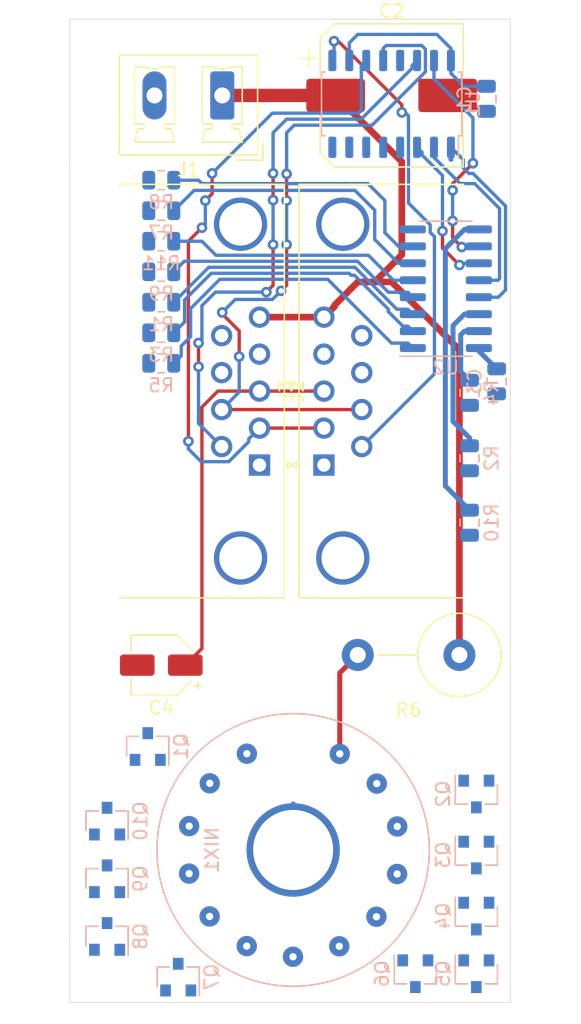
<source format=kicad_pcb>
(kicad_pcb (version 20171130) (host pcbnew 5.1.2+dfsg1-1)

  (general
    (thickness 1.6)
    (drawings 8)
    (tracks 225)
    (zones 0)
    (modules 31)
    (nets 53)
  )

  (page A4)
  (layers
    (0 F.Cu signal)
    (31 B.Cu signal)
    (32 B.Adhes user)
    (33 F.Adhes user)
    (34 B.Paste user)
    (35 F.Paste user)
    (36 B.SilkS user)
    (37 F.SilkS user)
    (38 B.Mask user)
    (39 F.Mask user)
    (40 Dwgs.User user)
    (41 Cmts.User user)
    (42 Eco1.User user)
    (43 Eco2.User user)
    (44 Edge.Cuts user)
    (45 Margin user)
    (46 B.CrtYd user)
    (47 F.CrtYd user)
    (48 B.Fab user)
    (49 F.Fab user)
  )

  (setup
    (last_trace_width 0.25)
    (user_trace_width 0.25)
    (user_trace_width 0.375)
    (user_trace_width 0.5)
    (user_trace_width 0.625)
    (user_trace_width 0.75)
    (user_trace_width 0.875)
    (user_trace_width 1)
    (user_trace_width 1.25)
    (user_trace_width 1.5)
    (user_trace_width 1.75)
    (user_trace_width 2)
    (trace_clearance 0.2)
    (zone_clearance 0.508)
    (zone_45_only no)
    (trace_min 0.2)
    (via_size 0.8)
    (via_drill 0.4)
    (via_min_size 0.4)
    (via_min_drill 0.3)
    (uvia_size 0.3)
    (uvia_drill 0.1)
    (uvias_allowed no)
    (uvia_min_size 0.2)
    (uvia_min_drill 0.1)
    (edge_width 0.05)
    (segment_width 0.2)
    (pcb_text_width 0.3)
    (pcb_text_size 1.5 1.5)
    (mod_edge_width 0.12)
    (mod_text_size 1 1)
    (mod_text_width 0.15)
    (pad_size 1.524 1.524)
    (pad_drill 0.762)
    (pad_to_mask_clearance 0.051)
    (solder_mask_min_width 0.25)
    (aux_axis_origin 0 0)
    (grid_origin 152.4 49.276)
    (visible_elements FFFFFF7F)
    (pcbplotparams
      (layerselection 0x010fc_ffffffff)
      (usegerberextensions false)
      (usegerberattributes false)
      (usegerberadvancedattributes false)
      (creategerberjobfile false)
      (excludeedgelayer true)
      (linewidth 0.100000)
      (plotframeref false)
      (viasonmask false)
      (mode 1)
      (useauxorigin false)
      (hpglpennumber 1)
      (hpglpenspeed 20)
      (hpglpendiameter 15.000000)
      (psnegative false)
      (psa4output false)
      (plotreference true)
      (plotvalue true)
      (plotinvisibletext false)
      (padsonsilk false)
      (subtractmaskfromsilk false)
      (outputformat 1)
      (mirror false)
      (drillshape 1)
      (scaleselection 1)
      (outputdirectory ""))
  )

  (net 0 "")
  (net 1 GND)
  (net 2 +5V)
  (net 3 +170V)
  (net 4 "Net-(J2-Pad9)")
  (net 5 "Net-(J2-Pad8)")
  (net 6 /LATCH)
  (net 7 /DATA_IN)
  (net 8 "Net-(J2-Pad4)")
  (net 9 /CLK)
  (net 10 /DATA_OUT)
  (net 11 "Net-(NIX1-Pad11)")
  (net 12 "Net-(NIX1-Pad1)")
  (net 13 "Net-(NIX1-Pad10)")
  (net 14 "Net-(NIX1-Pad9)")
  (net 15 "Net-(NIX1-Pad8)")
  (net 16 "Net-(NIX1-Pad7)")
  (net 17 "Net-(NIX1-Pad6)")
  (net 18 "Net-(NIX1-Pad5)")
  (net 19 "Net-(NIX1-Pad4)")
  (net 20 "Net-(NIX1-Pad3)")
  (net 21 "Net-(NIX1-Pad2)")
  (net 22 "Net-(Q1-Pad2)")
  (net 23 "Net-(Q2-Pad2)")
  (net 24 "Net-(Q3-Pad2)")
  (net 25 "Net-(Q4-Pad2)")
  (net 26 "Net-(Q5-Pad2)")
  (net 27 "Net-(Q6-Pad2)")
  (net 28 "Net-(Q7-Pad2)")
  (net 29 "Net-(Q8-Pad2)")
  (net 30 "Net-(Q9-Pad2)")
  (net 31 "Net-(Q10-Pad2)")
  (net 32 "Net-(R1-Pad2)")
  (net 33 "Net-(R2-Pad2)")
  (net 34 "Net-(R3-Pad2)")
  (net 35 "Net-(R4-Pad2)")
  (net 36 "Net-(R5-Pad2)")
  (net 37 "Net-(R7-Pad2)")
  (net 38 "Net-(R8-Pad2)")
  (net 39 "Net-(R9-Pad2)")
  (net 40 "Net-(R10-Pad2)")
  (net 41 "Net-(R11-Pad2)")
  (net 42 "Net-(U1-Pad15)")
  (net 43 "Net-(U1-Pad7)")
  (net 44 "Net-(U1-Pad6)")
  (net 45 "Net-(U1-Pad5)")
  (net 46 "Net-(U1-Pad4)")
  (net 47 "Net-(U1-Pad3)")
  (net 48 "Net-(U1-Pad2)")
  (net 49 "Net-(U1-Pad1)")
  (net 50 "Net-(J3-Pad9)")
  (net 51 "Net-(J3-Pad8)")
  (net 52 "Net-(J3-Pad4)")

  (net_class Default "This is the default net class."
    (clearance 0.2)
    (trace_width 0.25)
    (via_dia 0.8)
    (via_drill 0.4)
    (uvia_dia 0.3)
    (uvia_drill 0.1)
    (add_net +5V)
    (add_net /CLK)
    (add_net /DATA_IN)
    (add_net /DATA_OUT)
    (add_net /LATCH)
    (add_net GND)
    (add_net "Net-(J2-Pad4)")
    (add_net "Net-(J2-Pad8)")
    (add_net "Net-(J2-Pad9)")
    (add_net "Net-(J3-Pad4)")
    (add_net "Net-(J3-Pad8)")
    (add_net "Net-(J3-Pad9)")
    (add_net "Net-(NIX1-Pad1)")
    (add_net "Net-(NIX1-Pad10)")
    (add_net "Net-(NIX1-Pad11)")
    (add_net "Net-(NIX1-Pad2)")
    (add_net "Net-(NIX1-Pad3)")
    (add_net "Net-(NIX1-Pad4)")
    (add_net "Net-(NIX1-Pad5)")
    (add_net "Net-(NIX1-Pad6)")
    (add_net "Net-(NIX1-Pad7)")
    (add_net "Net-(NIX1-Pad8)")
    (add_net "Net-(NIX1-Pad9)")
    (add_net "Net-(Q1-Pad2)")
    (add_net "Net-(Q10-Pad2)")
    (add_net "Net-(Q2-Pad2)")
    (add_net "Net-(Q3-Pad2)")
    (add_net "Net-(Q4-Pad2)")
    (add_net "Net-(Q5-Pad2)")
    (add_net "Net-(Q6-Pad2)")
    (add_net "Net-(Q7-Pad2)")
    (add_net "Net-(Q8-Pad2)")
    (add_net "Net-(Q9-Pad2)")
    (add_net "Net-(R1-Pad2)")
    (add_net "Net-(R10-Pad2)")
    (add_net "Net-(R11-Pad2)")
    (add_net "Net-(R2-Pad2)")
    (add_net "Net-(R3-Pad2)")
    (add_net "Net-(R4-Pad2)")
    (add_net "Net-(R5-Pad2)")
    (add_net "Net-(R7-Pad2)")
    (add_net "Net-(R8-Pad2)")
    (add_net "Net-(R9-Pad2)")
    (add_net "Net-(U1-Pad1)")
    (add_net "Net-(U1-Pad15)")
    (add_net "Net-(U1-Pad2)")
    (add_net "Net-(U1-Pad3)")
    (add_net "Net-(U1-Pad4)")
    (add_net "Net-(U1-Pad5)")
    (add_net "Net-(U1-Pad6)")
    (add_net "Net-(U1-Pad7)")
  )

  (net_class HT ""
    (clearance 0.4)
    (trace_width 0.25)
    (via_dia 0.8)
    (via_drill 0.4)
    (uvia_dia 0.3)
    (uvia_drill 0.1)
    (add_net +170V)
  )

  (module Connector_Dsub:DSUB-9_Male_Horizontal_P2.77x2.84mm_EdgePinOffset7.70mm_Housed_MountingHolesOffset9.12mm (layer F.Cu) (tedit 59FEDEE2) (tstamp 5D3EF5D7)
    (at 142.24 64.516 90)
    (descr "9-pin D-Sub connector, horizontal/angled (90 deg), THT-mount, male, pitch 2.77x2.84mm, pin-PCB-offset 7.699999999999999mm, distance of mounting holes 25mm, distance of mounting holes to PCB edge 9.12mm, see https://disti-assets.s3.amazonaws.com/tonar/files/datasheets/16730.pdf")
    (tags "9-pin D-Sub connector horizontal angled 90deg THT male pitch 2.77x2.84mm pin-PCB-offset 7.699999999999999mm mounting-holes-distance 25mm mounting-hole-offset 25mm")
    (path /5D3FDF15)
    (fp_text reference J3 (at 5.54 -2.8 90) (layer F.SilkS)
      (effects (font (size 1 1) (thickness 0.15)))
    )
    (fp_text value DB9_Female_MountingHoles (at 5.54 18.44 90) (layer F.Fab)
      (effects (font (size 1 1) (thickness 0.15)))
    )
    (fp_arc (start -6.96 1.42) (end -8.56 1.42) (angle 180) (layer F.Fab) (width 0.1))
    (fp_arc (start 18.04 1.42) (end 16.44 1.42) (angle 180) (layer F.Fab) (width 0.1))
    (fp_line (start -9.885 -1.8) (end -9.885 10.54) (layer F.Fab) (width 0.1))
    (fp_line (start -9.885 10.54) (end 20.965 10.54) (layer F.Fab) (width 0.1))
    (fp_line (start 20.965 10.54) (end 20.965 -1.8) (layer F.Fab) (width 0.1))
    (fp_line (start 20.965 -1.8) (end -9.885 -1.8) (layer F.Fab) (width 0.1))
    (fp_line (start -9.885 10.54) (end -9.885 10.94) (layer F.Fab) (width 0.1))
    (fp_line (start -9.885 10.94) (end 20.965 10.94) (layer F.Fab) (width 0.1))
    (fp_line (start 20.965 10.94) (end 20.965 10.54) (layer F.Fab) (width 0.1))
    (fp_line (start 20.965 10.54) (end -9.885 10.54) (layer F.Fab) (width 0.1))
    (fp_line (start -2.61 10.94) (end -2.61 16.94) (layer F.Fab) (width 0.1))
    (fp_line (start -2.61 16.94) (end 13.69 16.94) (layer F.Fab) (width 0.1))
    (fp_line (start 13.69 16.94) (end 13.69 10.94) (layer F.Fab) (width 0.1))
    (fp_line (start 13.69 10.94) (end -2.61 10.94) (layer F.Fab) (width 0.1))
    (fp_line (start -9.46 10.94) (end -9.46 15.94) (layer F.Fab) (width 0.1))
    (fp_line (start -9.46 15.94) (end -4.46 15.94) (layer F.Fab) (width 0.1))
    (fp_line (start -4.46 15.94) (end -4.46 10.94) (layer F.Fab) (width 0.1))
    (fp_line (start -4.46 10.94) (end -9.46 10.94) (layer F.Fab) (width 0.1))
    (fp_line (start 15.54 10.94) (end 15.54 15.94) (layer F.Fab) (width 0.1))
    (fp_line (start 15.54 15.94) (end 20.54 15.94) (layer F.Fab) (width 0.1))
    (fp_line (start 20.54 15.94) (end 20.54 10.94) (layer F.Fab) (width 0.1))
    (fp_line (start 20.54 10.94) (end 15.54 10.94) (layer F.Fab) (width 0.1))
    (fp_line (start -8.56 10.54) (end -8.56 1.42) (layer F.Fab) (width 0.1))
    (fp_line (start -5.36 10.54) (end -5.36 1.42) (layer F.Fab) (width 0.1))
    (fp_line (start 16.44 10.54) (end 16.44 1.42) (layer F.Fab) (width 0.1))
    (fp_line (start 19.64 10.54) (end 19.64 1.42) (layer F.Fab) (width 0.1))
    (fp_line (start -9.945 10.48) (end -9.945 -1.86) (layer F.SilkS) (width 0.12))
    (fp_line (start -9.945 -1.86) (end 21.025 -1.86) (layer F.SilkS) (width 0.12))
    (fp_line (start 21.025 -1.86) (end 21.025 10.48) (layer F.SilkS) (width 0.12))
    (fp_line (start -0.25 -2.754338) (end 0.25 -2.754338) (layer F.SilkS) (width 0.12))
    (fp_line (start 0.25 -2.754338) (end 0 -2.321325) (layer F.SilkS) (width 0.12))
    (fp_line (start 0 -2.321325) (end -0.25 -2.754338) (layer F.SilkS) (width 0.12))
    (fp_line (start -10.4 -2.35) (end -10.4 17.45) (layer F.CrtYd) (width 0.05))
    (fp_line (start -10.4 17.45) (end 21.5 17.45) (layer F.CrtYd) (width 0.05))
    (fp_line (start 21.5 17.45) (end 21.5 -2.35) (layer F.CrtYd) (width 0.05))
    (fp_line (start 21.5 -2.35) (end -10.4 -2.35) (layer F.CrtYd) (width 0.05))
    (fp_text user %R (at 5.54 13.94 90) (layer F.Fab)
      (effects (font (size 1 1) (thickness 0.15)))
    )
    (pad 1 thru_hole rect (at 0 0 90) (size 1.6 1.6) (drill 1) (layers *.Cu *.Mask)
      (net 1 GND))
    (pad 2 thru_hole circle (at 2.77 0 90) (size 1.6 1.6) (drill 1) (layers *.Cu *.Mask)
      (net 9 /CLK))
    (pad 3 thru_hole circle (at 5.54 0 90) (size 1.6 1.6) (drill 1) (layers *.Cu *.Mask)
      (net 2 +5V))
    (pad 4 thru_hole circle (at 8.31 0 90) (size 1.6 1.6) (drill 1) (layers *.Cu *.Mask)
      (net 52 "Net-(J3-Pad4)"))
    (pad 5 thru_hole circle (at 11.08 0 90) (size 1.6 1.6) (drill 1) (layers *.Cu *.Mask)
      (net 3 +170V))
    (pad 6 thru_hole circle (at 1.385 2.84 90) (size 1.6 1.6) (drill 1) (layers *.Cu *.Mask)
      (net 10 /DATA_OUT))
    (pad 7 thru_hole circle (at 4.155 2.84 90) (size 1.6 1.6) (drill 1) (layers *.Cu *.Mask)
      (net 6 /LATCH))
    (pad 8 thru_hole circle (at 6.925 2.84 90) (size 1.6 1.6) (drill 1) (layers *.Cu *.Mask)
      (net 51 "Net-(J3-Pad8)"))
    (pad 9 thru_hole circle (at 9.695 2.84 90) (size 1.6 1.6) (drill 1) (layers *.Cu *.Mask)
      (net 50 "Net-(J3-Pad9)"))
    (pad 0 thru_hole circle (at -6.96 1.42 90) (size 4 4) (drill 3.2) (layers *.Cu *.Mask)
      (net 1 GND))
    (pad 0 thru_hole circle (at 18.04 1.42 90) (size 4 4) (drill 3.2) (layers *.Cu *.Mask)
      (net 1 GND))
    (model ${KISYS3DMOD}/Connector_Dsub.3dshapes/DSUB-9_Male_Horizontal_P2.77x2.84mm_EdgePinOffset7.70mm_Housed_MountingHolesOffset9.12mm.wrl
      (at (xyz 0 0 0))
      (scale (xyz 1 1 1))
      (rotate (xyz 0 0 0))
    )
  )

  (module Package_SO:SOIC-16_3.9x9.9mm_P1.27mm (layer B.Cu) (tedit 5C97300E) (tstamp 5D3F0E9D)
    (at 151.384 51.308)
    (descr "SOIC, 16 Pin (JEDEC MS-012AC, https://www.analog.com/media/en/package-pcb-resources/package/pkg_pdf/soic_narrow-r/r_16.pdf), generated with kicad-footprint-generator ipc_gullwing_generator.py")
    (tags "SOIC SO")
    (path /5D3E499B)
    (attr smd)
    (fp_text reference U2 (at 0 5.9) (layer B.SilkS)
      (effects (font (size 1 1) (thickness 0.15)) (justify mirror))
    )
    (fp_text value 4028 (at 0 -5.9) (layer B.Fab)
      (effects (font (size 1 1) (thickness 0.15)) (justify mirror))
    )
    (fp_text user %R (at 0 0) (layer B.Fab)
      (effects (font (size 0.98 0.98) (thickness 0.15)) (justify mirror))
    )
    (fp_line (start 3.7 5.2) (end -3.7 5.2) (layer B.CrtYd) (width 0.05))
    (fp_line (start 3.7 -5.2) (end 3.7 5.2) (layer B.CrtYd) (width 0.05))
    (fp_line (start -3.7 -5.2) (end 3.7 -5.2) (layer B.CrtYd) (width 0.05))
    (fp_line (start -3.7 5.2) (end -3.7 -5.2) (layer B.CrtYd) (width 0.05))
    (fp_line (start -1.95 3.975) (end -0.975 4.95) (layer B.Fab) (width 0.1))
    (fp_line (start -1.95 -4.95) (end -1.95 3.975) (layer B.Fab) (width 0.1))
    (fp_line (start 1.95 -4.95) (end -1.95 -4.95) (layer B.Fab) (width 0.1))
    (fp_line (start 1.95 4.95) (end 1.95 -4.95) (layer B.Fab) (width 0.1))
    (fp_line (start -0.975 4.95) (end 1.95 4.95) (layer B.Fab) (width 0.1))
    (fp_line (start 0 5.06) (end -3.45 5.06) (layer B.SilkS) (width 0.12))
    (fp_line (start 0 5.06) (end 1.95 5.06) (layer B.SilkS) (width 0.12))
    (fp_line (start 0 -5.06) (end -1.95 -5.06) (layer B.SilkS) (width 0.12))
    (fp_line (start 0 -5.06) (end 1.95 -5.06) (layer B.SilkS) (width 0.12))
    (pad 16 smd roundrect (at 2.475 4.445) (size 1.95 0.6) (layers B.Cu B.Paste B.Mask) (roundrect_rratio 0.25)
      (net 2 +5V))
    (pad 15 smd roundrect (at 2.475 3.175) (size 1.95 0.6) (layers B.Cu B.Paste B.Mask) (roundrect_rratio 0.25)
      (net 35 "Net-(R4-Pad2)"))
    (pad 14 smd roundrect (at 2.475 1.905) (size 1.95 0.6) (layers B.Cu B.Paste B.Mask) (roundrect_rratio 0.25)
      (net 33 "Net-(R2-Pad2)"))
    (pad 13 smd roundrect (at 2.475 0.635) (size 1.95 0.6) (layers B.Cu B.Paste B.Mask) (roundrect_rratio 0.25)
      (net 49 "Net-(U1-Pad1)"))
    (pad 12 smd roundrect (at 2.475 -0.635) (size 1.95 0.6) (layers B.Cu B.Paste B.Mask) (roundrect_rratio 0.25)
      (net 48 "Net-(U1-Pad2)"))
    (pad 11 smd roundrect (at 2.475 -1.905) (size 1.95 0.6) (layers B.Cu B.Paste B.Mask) (roundrect_rratio 0.25)
      (net 47 "Net-(U1-Pad3)"))
    (pad 10 smd roundrect (at 2.475 -3.175) (size 1.95 0.6) (layers B.Cu B.Paste B.Mask) (roundrect_rratio 0.25)
      (net 42 "Net-(U1-Pad15)"))
    (pad 9 smd roundrect (at 2.475 -4.445) (size 1.95 0.6) (layers B.Cu B.Paste B.Mask) (roundrect_rratio 0.25)
      (net 40 "Net-(R10-Pad2)"))
    (pad 8 smd roundrect (at -2.475 -4.445) (size 1.95 0.6) (layers B.Cu B.Paste B.Mask) (roundrect_rratio 0.25)
      (net 1 GND))
    (pad 7 smd roundrect (at -2.475 -3.175) (size 1.95 0.6) (layers B.Cu B.Paste B.Mask) (roundrect_rratio 0.25)
      (net 38 "Net-(R8-Pad2)"))
    (pad 6 smd roundrect (at -2.475 -1.905) (size 1.95 0.6) (layers B.Cu B.Paste B.Mask) (roundrect_rratio 0.25)
      (net 37 "Net-(R7-Pad2)"))
    (pad 5 smd roundrect (at -2.475 -0.635) (size 1.95 0.6) (layers B.Cu B.Paste B.Mask) (roundrect_rratio 0.25)
      (net 41 "Net-(R11-Pad2)"))
    (pad 4 smd roundrect (at -2.475 0.635) (size 1.95 0.6) (layers B.Cu B.Paste B.Mask) (roundrect_rratio 0.25)
      (net 39 "Net-(R9-Pad2)"))
    (pad 3 smd roundrect (at -2.475 1.905) (size 1.95 0.6) (layers B.Cu B.Paste B.Mask) (roundrect_rratio 0.25)
      (net 32 "Net-(R1-Pad2)"))
    (pad 2 smd roundrect (at -2.475 3.175) (size 1.95 0.6) (layers B.Cu B.Paste B.Mask) (roundrect_rratio 0.25)
      (net 34 "Net-(R3-Pad2)"))
    (pad 1 smd roundrect (at -2.475 4.445) (size 1.95 0.6) (layers B.Cu B.Paste B.Mask) (roundrect_rratio 0.25)
      (net 36 "Net-(R5-Pad2)"))
    (model ${KISYS3DMOD}/Package_SO.3dshapes/SOIC-16_3.9x9.9mm_P1.27mm.wrl
      (at (xyz 0 0 0))
      (scale (xyz 1 1 1))
      (rotate (xyz 0 0 0))
    )
  )

  (module Package_SO:SOP-16_4.55x10.3mm_P1.27mm (layer B.Cu) (tedit 5C5B553D) (tstamp 5D41ECF3)
    (at 147.32 37.465 90)
    (descr "SOP, 16 Pin (https://toshiba.semicon-storage.com/info/docget.jsp?did=12855&prodName=TLP290-4), generated with kicad-footprint-generator ipc_gullwing_generator.py")
    (tags "SOP SO")
    (path /5D3E3D4A)
    (attr smd)
    (fp_text reference U1 (at 0 6.1 90) (layer B.SilkS)
      (effects (font (size 1 1) (thickness 0.15)) (justify mirror))
    )
    (fp_text value 74HC595 (at 0 -6.1 90) (layer B.Fab)
      (effects (font (size 1 1) (thickness 0.15)) (justify mirror))
    )
    (fp_text user %R (at 0 0 90) (layer B.Fab)
      (effects (font (size 1 1) (thickness 0.15)) (justify mirror))
    )
    (fp_line (start 4.3 5.4) (end -4.3 5.4) (layer B.CrtYd) (width 0.05))
    (fp_line (start 4.3 -5.4) (end 4.3 5.4) (layer B.CrtYd) (width 0.05))
    (fp_line (start -4.3 -5.4) (end 4.3 -5.4) (layer B.CrtYd) (width 0.05))
    (fp_line (start -4.3 5.4) (end -4.3 -5.4) (layer B.CrtYd) (width 0.05))
    (fp_line (start -2.275 4.15) (end -1.275 5.15) (layer B.Fab) (width 0.1))
    (fp_line (start -2.275 -5.15) (end -2.275 4.15) (layer B.Fab) (width 0.1))
    (fp_line (start 2.275 -5.15) (end -2.275 -5.15) (layer B.Fab) (width 0.1))
    (fp_line (start 2.275 5.15) (end 2.275 -5.15) (layer B.Fab) (width 0.1))
    (fp_line (start -1.275 5.15) (end 2.275 5.15) (layer B.Fab) (width 0.1))
    (fp_line (start -2.385 5.005) (end -4.05 5.005) (layer B.SilkS) (width 0.12))
    (fp_line (start -2.385 5.26) (end -2.385 5.005) (layer B.SilkS) (width 0.12))
    (fp_line (start 0 5.26) (end -2.385 5.26) (layer B.SilkS) (width 0.12))
    (fp_line (start 2.385 5.26) (end 2.385 5.005) (layer B.SilkS) (width 0.12))
    (fp_line (start 0 5.26) (end 2.385 5.26) (layer B.SilkS) (width 0.12))
    (fp_line (start -2.385 -5.26) (end -2.385 -5.005) (layer B.SilkS) (width 0.12))
    (fp_line (start 0 -5.26) (end -2.385 -5.26) (layer B.SilkS) (width 0.12))
    (fp_line (start 2.385 -5.26) (end 2.385 -5.005) (layer B.SilkS) (width 0.12))
    (fp_line (start 0 -5.26) (end 2.385 -5.26) (layer B.SilkS) (width 0.12))
    (pad 16 smd roundrect (at 3.25 4.445 90) (size 1.6 0.6) (layers B.Cu B.Paste B.Mask) (roundrect_rratio 0.25)
      (net 2 +5V))
    (pad 15 smd roundrect (at 3.25 3.175 90) (size 1.6 0.6) (layers B.Cu B.Paste B.Mask) (roundrect_rratio 0.25)
      (net 42 "Net-(U1-Pad15)"))
    (pad 14 smd roundrect (at 3.25 1.905 90) (size 1.6 0.6) (layers B.Cu B.Paste B.Mask) (roundrect_rratio 0.25)
      (net 7 /DATA_IN))
    (pad 13 smd roundrect (at 3.25 0.635 90) (size 1.6 0.6) (layers B.Cu B.Paste B.Mask) (roundrect_rratio 0.25)
      (net 1 GND))
    (pad 12 smd roundrect (at 3.25 -0.635 90) (size 1.6 0.6) (layers B.Cu B.Paste B.Mask) (roundrect_rratio 0.25)
      (net 6 /LATCH))
    (pad 11 smd roundrect (at 3.25 -1.905 90) (size 1.6 0.6) (layers B.Cu B.Paste B.Mask) (roundrect_rratio 0.25)
      (net 9 /CLK))
    (pad 10 smd roundrect (at 3.25 -3.175 90) (size 1.6 0.6) (layers B.Cu B.Paste B.Mask) (roundrect_rratio 0.25)
      (net 2 +5V))
    (pad 9 smd roundrect (at 3.25 -4.445 90) (size 1.6 0.6) (layers B.Cu B.Paste B.Mask) (roundrect_rratio 0.25)
      (net 10 /DATA_OUT))
    (pad 8 smd roundrect (at -3.25 -4.445 90) (size 1.6 0.6) (layers B.Cu B.Paste B.Mask) (roundrect_rratio 0.25)
      (net 1 GND))
    (pad 7 smd roundrect (at -3.25 -3.175 90) (size 1.6 0.6) (layers B.Cu B.Paste B.Mask) (roundrect_rratio 0.25)
      (net 43 "Net-(U1-Pad7)"))
    (pad 6 smd roundrect (at -3.25 -1.905 90) (size 1.6 0.6) (layers B.Cu B.Paste B.Mask) (roundrect_rratio 0.25)
      (net 44 "Net-(U1-Pad6)"))
    (pad 5 smd roundrect (at -3.25 -0.635 90) (size 1.6 0.6) (layers B.Cu B.Paste B.Mask) (roundrect_rratio 0.25)
      (net 45 "Net-(U1-Pad5)"))
    (pad 4 smd roundrect (at -3.25 0.635 90) (size 1.6 0.6) (layers B.Cu B.Paste B.Mask) (roundrect_rratio 0.25)
      (net 46 "Net-(U1-Pad4)"))
    (pad 3 smd roundrect (at -3.25 1.905 90) (size 1.6 0.6) (layers B.Cu B.Paste B.Mask) (roundrect_rratio 0.25)
      (net 47 "Net-(U1-Pad3)"))
    (pad 2 smd roundrect (at -3.25 3.175 90) (size 1.6 0.6) (layers B.Cu B.Paste B.Mask) (roundrect_rratio 0.25)
      (net 48 "Net-(U1-Pad2)"))
    (pad 1 smd roundrect (at -3.25 4.445 90) (size 1.6 0.6) (layers B.Cu B.Paste B.Mask) (roundrect_rratio 0.25)
      (net 49 "Net-(U1-Pad1)"))
    (model ${KISYS3DMOD}/Package_SO.3dshapes/SOP-16_4.55x10.3mm_P1.27mm.wrl
      (at (xyz 0 0 0))
      (scale (xyz 1 1 1))
      (rotate (xyz 0 0 0))
    )
  )

  (module Resistor_SMD:R_0805_2012Metric (layer B.Cu) (tedit 5B36C52B) (tstamp 5D41D855)
    (at 130.048 47.752)
    (descr "Resistor SMD 0805 (2012 Metric), square (rectangular) end terminal, IPC_7351 nominal, (Body size source: https://docs.google.com/spreadsheets/d/1BsfQQcO9C6DZCsRaXUlFlo91Tg2WpOkGARC1WS5S8t0/edit?usp=sharing), generated with kicad-footprint-generator")
    (tags resistor)
    (path /5D747B7D)
    (attr smd)
    (fp_text reference R11 (at 0 1.65) (layer B.SilkS)
      (effects (font (size 1 1) (thickness 0.15)) (justify mirror))
    )
    (fp_text value 50k (at 0 -1.65) (layer B.Fab)
      (effects (font (size 1 1) (thickness 0.15)) (justify mirror))
    )
    (fp_text user %R (at 0 0) (layer B.Fab)
      (effects (font (size 0.5 0.5) (thickness 0.08)) (justify mirror))
    )
    (fp_line (start 1.68 -0.95) (end -1.68 -0.95) (layer B.CrtYd) (width 0.05))
    (fp_line (start 1.68 0.95) (end 1.68 -0.95) (layer B.CrtYd) (width 0.05))
    (fp_line (start -1.68 0.95) (end 1.68 0.95) (layer B.CrtYd) (width 0.05))
    (fp_line (start -1.68 -0.95) (end -1.68 0.95) (layer B.CrtYd) (width 0.05))
    (fp_line (start -0.258578 -0.71) (end 0.258578 -0.71) (layer B.SilkS) (width 0.12))
    (fp_line (start -0.258578 0.71) (end 0.258578 0.71) (layer B.SilkS) (width 0.12))
    (fp_line (start 1 -0.6) (end -1 -0.6) (layer B.Fab) (width 0.1))
    (fp_line (start 1 0.6) (end 1 -0.6) (layer B.Fab) (width 0.1))
    (fp_line (start -1 0.6) (end 1 0.6) (layer B.Fab) (width 0.1))
    (fp_line (start -1 -0.6) (end -1 0.6) (layer B.Fab) (width 0.1))
    (pad 2 smd roundrect (at 0.9375 0) (size 0.975 1.4) (layers B.Cu B.Paste B.Mask) (roundrect_rratio 0.25)
      (net 41 "Net-(R11-Pad2)"))
    (pad 1 smd roundrect (at -0.9375 0) (size 0.975 1.4) (layers B.Cu B.Paste B.Mask) (roundrect_rratio 0.25)
      (net 31 "Net-(Q10-Pad2)"))
    (model ${KISYS3DMOD}/Resistor_SMD.3dshapes/R_0805_2012Metric.wrl
      (at (xyz 0 0 0))
      (scale (xyz 1 1 1))
      (rotate (xyz 0 0 0))
    )
  )

  (module Resistor_SMD:R_0805_2012Metric (layer B.Cu) (tedit 5B36C52B) (tstamp 5D41D8B5)
    (at 153.162 68.834 90)
    (descr "Resistor SMD 0805 (2012 Metric), square (rectangular) end terminal, IPC_7351 nominal, (Body size source: https://docs.google.com/spreadsheets/d/1BsfQQcO9C6DZCsRaXUlFlo91Tg2WpOkGARC1WS5S8t0/edit?usp=sharing), generated with kicad-footprint-generator")
    (tags resistor)
    (path /5D747826)
    (attr smd)
    (fp_text reference R10 (at 0 1.65 90) (layer B.SilkS)
      (effects (font (size 1 1) (thickness 0.15)) (justify mirror))
    )
    (fp_text value 50k (at 0 -1.65 90) (layer B.Fab)
      (effects (font (size 1 1) (thickness 0.15)) (justify mirror))
    )
    (fp_text user %R (at 0 0 90) (layer B.Fab)
      (effects (font (size 0.5 0.5) (thickness 0.08)) (justify mirror))
    )
    (fp_line (start 1.68 -0.95) (end -1.68 -0.95) (layer B.CrtYd) (width 0.05))
    (fp_line (start 1.68 0.95) (end 1.68 -0.95) (layer B.CrtYd) (width 0.05))
    (fp_line (start -1.68 0.95) (end 1.68 0.95) (layer B.CrtYd) (width 0.05))
    (fp_line (start -1.68 -0.95) (end -1.68 0.95) (layer B.CrtYd) (width 0.05))
    (fp_line (start -0.258578 -0.71) (end 0.258578 -0.71) (layer B.SilkS) (width 0.12))
    (fp_line (start -0.258578 0.71) (end 0.258578 0.71) (layer B.SilkS) (width 0.12))
    (fp_line (start 1 -0.6) (end -1 -0.6) (layer B.Fab) (width 0.1))
    (fp_line (start 1 0.6) (end 1 -0.6) (layer B.Fab) (width 0.1))
    (fp_line (start -1 0.6) (end 1 0.6) (layer B.Fab) (width 0.1))
    (fp_line (start -1 -0.6) (end -1 0.6) (layer B.Fab) (width 0.1))
    (pad 2 smd roundrect (at 0.9375 0 90) (size 0.975 1.4) (layers B.Cu B.Paste B.Mask) (roundrect_rratio 0.25)
      (net 40 "Net-(R10-Pad2)"))
    (pad 1 smd roundrect (at -0.9375 0 90) (size 0.975 1.4) (layers B.Cu B.Paste B.Mask) (roundrect_rratio 0.25)
      (net 30 "Net-(Q9-Pad2)"))
    (model ${KISYS3DMOD}/Resistor_SMD.3dshapes/R_0805_2012Metric.wrl
      (at (xyz 0 0 0))
      (scale (xyz 1 1 1))
      (rotate (xyz 0 0 0))
    )
  )

  (module Resistor_SMD:R_0805_2012Metric (layer B.Cu) (tedit 5B36C52B) (tstamp 5D41D885)
    (at 130.048 50.038)
    (descr "Resistor SMD 0805 (2012 Metric), square (rectangular) end terminal, IPC_7351 nominal, (Body size source: https://docs.google.com/spreadsheets/d/1BsfQQcO9C6DZCsRaXUlFlo91Tg2WpOkGARC1WS5S8t0/edit?usp=sharing), generated with kicad-footprint-generator")
    (tags resistor)
    (path /5D7473C9)
    (attr smd)
    (fp_text reference R9 (at 0 1.65 180) (layer B.SilkS)
      (effects (font (size 1 1) (thickness 0.15)) (justify mirror))
    )
    (fp_text value 50k (at 0 -1.65 180) (layer B.Fab)
      (effects (font (size 1 1) (thickness 0.15)) (justify mirror))
    )
    (fp_text user %R (at 0 0 180) (layer B.Fab)
      (effects (font (size 0.5 0.5) (thickness 0.08)) (justify mirror))
    )
    (fp_line (start 1.68 -0.95) (end -1.68 -0.95) (layer B.CrtYd) (width 0.05))
    (fp_line (start 1.68 0.95) (end 1.68 -0.95) (layer B.CrtYd) (width 0.05))
    (fp_line (start -1.68 0.95) (end 1.68 0.95) (layer B.CrtYd) (width 0.05))
    (fp_line (start -1.68 -0.95) (end -1.68 0.95) (layer B.CrtYd) (width 0.05))
    (fp_line (start -0.258578 -0.71) (end 0.258578 -0.71) (layer B.SilkS) (width 0.12))
    (fp_line (start -0.258578 0.71) (end 0.258578 0.71) (layer B.SilkS) (width 0.12))
    (fp_line (start 1 -0.6) (end -1 -0.6) (layer B.Fab) (width 0.1))
    (fp_line (start 1 0.6) (end 1 -0.6) (layer B.Fab) (width 0.1))
    (fp_line (start -1 0.6) (end 1 0.6) (layer B.Fab) (width 0.1))
    (fp_line (start -1 -0.6) (end -1 0.6) (layer B.Fab) (width 0.1))
    (pad 2 smd roundrect (at 0.9375 0) (size 0.975 1.4) (layers B.Cu B.Paste B.Mask) (roundrect_rratio 0.25)
      (net 39 "Net-(R9-Pad2)"))
    (pad 1 smd roundrect (at -0.9375 0) (size 0.975 1.4) (layers B.Cu B.Paste B.Mask) (roundrect_rratio 0.25)
      (net 29 "Net-(Q8-Pad2)"))
    (model ${KISYS3DMOD}/Resistor_SMD.3dshapes/R_0805_2012Metric.wrl
      (at (xyz 0 0 0))
      (scale (xyz 1 1 1))
      (rotate (xyz 0 0 0))
    )
  )

  (module Resistor_SMD:R_0805_2012Metric (layer B.Cu) (tedit 5B36C52B) (tstamp 5D41DEA3)
    (at 130.048 43.18)
    (descr "Resistor SMD 0805 (2012 Metric), square (rectangular) end terminal, IPC_7351 nominal, (Body size source: https://docs.google.com/spreadsheets/d/1BsfQQcO9C6DZCsRaXUlFlo91Tg2WpOkGARC1WS5S8t0/edit?usp=sharing), generated with kicad-footprint-generator")
    (tags resistor)
    (path /5D745BB7)
    (attr smd)
    (fp_text reference R8 (at 0 1.65 180) (layer B.SilkS)
      (effects (font (size 1 1) (thickness 0.15)) (justify mirror))
    )
    (fp_text value 50k (at 0 -1.65 180) (layer B.Fab)
      (effects (font (size 1 1) (thickness 0.15)) (justify mirror))
    )
    (fp_text user %R (at 0 0 180) (layer B.Fab)
      (effects (font (size 0.5 0.5) (thickness 0.08)) (justify mirror))
    )
    (fp_line (start 1.68 -0.95) (end -1.68 -0.95) (layer B.CrtYd) (width 0.05))
    (fp_line (start 1.68 0.95) (end 1.68 -0.95) (layer B.CrtYd) (width 0.05))
    (fp_line (start -1.68 0.95) (end 1.68 0.95) (layer B.CrtYd) (width 0.05))
    (fp_line (start -1.68 -0.95) (end -1.68 0.95) (layer B.CrtYd) (width 0.05))
    (fp_line (start -0.258578 -0.71) (end 0.258578 -0.71) (layer B.SilkS) (width 0.12))
    (fp_line (start -0.258578 0.71) (end 0.258578 0.71) (layer B.SilkS) (width 0.12))
    (fp_line (start 1 -0.6) (end -1 -0.6) (layer B.Fab) (width 0.1))
    (fp_line (start 1 0.6) (end 1 -0.6) (layer B.Fab) (width 0.1))
    (fp_line (start -1 0.6) (end 1 0.6) (layer B.Fab) (width 0.1))
    (fp_line (start -1 -0.6) (end -1 0.6) (layer B.Fab) (width 0.1))
    (pad 2 smd roundrect (at 0.9375 0) (size 0.975 1.4) (layers B.Cu B.Paste B.Mask) (roundrect_rratio 0.25)
      (net 38 "Net-(R8-Pad2)"))
    (pad 1 smd roundrect (at -0.9375 0) (size 0.975 1.4) (layers B.Cu B.Paste B.Mask) (roundrect_rratio 0.25)
      (net 28 "Net-(Q7-Pad2)"))
    (model ${KISYS3DMOD}/Resistor_SMD.3dshapes/R_0805_2012Metric.wrl
      (at (xyz 0 0 0))
      (scale (xyz 1 1 1))
      (rotate (xyz 0 0 0))
    )
  )

  (module Resistor_SMD:R_0805_2012Metric (layer B.Cu) (tedit 5B36C52B) (tstamp 5D41D825)
    (at 130.048 45.466)
    (descr "Resistor SMD 0805 (2012 Metric), square (rectangular) end terminal, IPC_7351 nominal, (Body size source: https://docs.google.com/spreadsheets/d/1BsfQQcO9C6DZCsRaXUlFlo91Tg2WpOkGARC1WS5S8t0/edit?usp=sharing), generated with kicad-footprint-generator")
    (tags resistor)
    (path /5D74570B)
    (attr smd)
    (fp_text reference R7 (at 0 1.65) (layer B.SilkS)
      (effects (font (size 1 1) (thickness 0.15)) (justify mirror))
    )
    (fp_text value 50k (at 0 -1.65) (layer B.Fab)
      (effects (font (size 1 1) (thickness 0.15)) (justify mirror))
    )
    (fp_text user %R (at 0 0) (layer B.Fab)
      (effects (font (size 0.5 0.5) (thickness 0.08)) (justify mirror))
    )
    (fp_line (start 1.68 -0.95) (end -1.68 -0.95) (layer B.CrtYd) (width 0.05))
    (fp_line (start 1.68 0.95) (end 1.68 -0.95) (layer B.CrtYd) (width 0.05))
    (fp_line (start -1.68 0.95) (end 1.68 0.95) (layer B.CrtYd) (width 0.05))
    (fp_line (start -1.68 -0.95) (end -1.68 0.95) (layer B.CrtYd) (width 0.05))
    (fp_line (start -0.258578 -0.71) (end 0.258578 -0.71) (layer B.SilkS) (width 0.12))
    (fp_line (start -0.258578 0.71) (end 0.258578 0.71) (layer B.SilkS) (width 0.12))
    (fp_line (start 1 -0.6) (end -1 -0.6) (layer B.Fab) (width 0.1))
    (fp_line (start 1 0.6) (end 1 -0.6) (layer B.Fab) (width 0.1))
    (fp_line (start -1 0.6) (end 1 0.6) (layer B.Fab) (width 0.1))
    (fp_line (start -1 -0.6) (end -1 0.6) (layer B.Fab) (width 0.1))
    (pad 2 smd roundrect (at 0.9375 0) (size 0.975 1.4) (layers B.Cu B.Paste B.Mask) (roundrect_rratio 0.25)
      (net 37 "Net-(R7-Pad2)"))
    (pad 1 smd roundrect (at -0.9375 0) (size 0.975 1.4) (layers B.Cu B.Paste B.Mask) (roundrect_rratio 0.25)
      (net 27 "Net-(Q6-Pad2)"))
    (model ${KISYS3DMOD}/Resistor_SMD.3dshapes/R_0805_2012Metric.wrl
      (at (xyz 0 0 0))
      (scale (xyz 1 1 1))
      (rotate (xyz 0 0 0))
    )
  )

  (module Resistor_THT:R_Axial_DIN0617_L17.0mm_D6.0mm_P7.62mm_Vertical (layer F.Cu) (tedit 5AE5139B) (tstamp 5D3F0255)
    (at 152.4 78.74 180)
    (descr "Resistor, Axial_DIN0617 series, Axial, Vertical, pin pitch=7.62mm, 2W, length*diameter=17*6mm^2, http://www.vishay.com/docs/20128/wkxwrx.pdf")
    (tags "Resistor Axial_DIN0617 series Axial Vertical pin pitch 7.62mm 2W length 17mm diameter 6mm")
    (path /5D3F330B)
    (fp_text reference R6 (at 3.81 -4.12) (layer F.SilkS)
      (effects (font (size 1 1) (thickness 0.15)))
    )
    (fp_text value 15k (at 3.81 4.12) (layer F.Fab)
      (effects (font (size 1 1) (thickness 0.15)))
    )
    (fp_text user %R (at 0 -1.7) (layer F.Fab)
      (effects (font (size 1 1) (thickness 0.15)))
    )
    (fp_line (start 9.07 -3.25) (end -3.25 -3.25) (layer F.CrtYd) (width 0.05))
    (fp_line (start 9.07 3.25) (end 9.07 -3.25) (layer F.CrtYd) (width 0.05))
    (fp_line (start -3.25 3.25) (end 9.07 3.25) (layer F.CrtYd) (width 0.05))
    (fp_line (start -3.25 -3.25) (end -3.25 3.25) (layer F.CrtYd) (width 0.05))
    (fp_line (start 3.12 0) (end 6.12 0) (layer F.SilkS) (width 0.12))
    (fp_line (start 0 0) (end 7.62 0) (layer F.Fab) (width 0.1))
    (fp_circle (center 0 0) (end 3.12 0) (layer F.SilkS) (width 0.12))
    (fp_circle (center 0 0) (end 3 0) (layer F.Fab) (width 0.1))
    (pad 2 thru_hole oval (at 7.62 0 180) (size 2.4 2.4) (drill 1.2) (layers *.Cu *.Mask)
      (net 11 "Net-(NIX1-Pad11)"))
    (pad 1 thru_hole circle (at 0 0 180) (size 2.4 2.4) (drill 1.2) (layers *.Cu *.Mask)
      (net 3 +170V))
    (model ${KISYS3DMOD}/Resistor_THT.3dshapes/R_Axial_DIN0617_L17.0mm_D6.0mm_P7.62mm_Vertical.wrl
      (at (xyz 0 0 0))
      (scale (xyz 1 1 1))
      (rotate (xyz 0 0 0))
    )
  )

  (module Resistor_SMD:R_0805_2012Metric (layer B.Cu) (tedit 5B36C52B) (tstamp 5D41D795)
    (at 130.048 56.896)
    (descr "Resistor SMD 0805 (2012 Metric), square (rectangular) end terminal, IPC_7351 nominal, (Body size source: https://docs.google.com/spreadsheets/d/1BsfQQcO9C6DZCsRaXUlFlo91Tg2WpOkGARC1WS5S8t0/edit?usp=sharing), generated with kicad-footprint-generator")
    (tags resistor)
    (path /5D745221)
    (attr smd)
    (fp_text reference R5 (at 0 1.65 180) (layer B.SilkS)
      (effects (font (size 1 1) (thickness 0.15)) (justify mirror))
    )
    (fp_text value 50k (at 0 -1.65 180) (layer B.Fab)
      (effects (font (size 1 1) (thickness 0.15)) (justify mirror))
    )
    (fp_text user %R (at 0 0 180) (layer B.Fab)
      (effects (font (size 0.5 0.5) (thickness 0.08)) (justify mirror))
    )
    (fp_line (start 1.68 -0.95) (end -1.68 -0.95) (layer B.CrtYd) (width 0.05))
    (fp_line (start 1.68 0.95) (end 1.68 -0.95) (layer B.CrtYd) (width 0.05))
    (fp_line (start -1.68 0.95) (end 1.68 0.95) (layer B.CrtYd) (width 0.05))
    (fp_line (start -1.68 -0.95) (end -1.68 0.95) (layer B.CrtYd) (width 0.05))
    (fp_line (start -0.258578 -0.71) (end 0.258578 -0.71) (layer B.SilkS) (width 0.12))
    (fp_line (start -0.258578 0.71) (end 0.258578 0.71) (layer B.SilkS) (width 0.12))
    (fp_line (start 1 -0.6) (end -1 -0.6) (layer B.Fab) (width 0.1))
    (fp_line (start 1 0.6) (end 1 -0.6) (layer B.Fab) (width 0.1))
    (fp_line (start -1 0.6) (end 1 0.6) (layer B.Fab) (width 0.1))
    (fp_line (start -1 -0.6) (end -1 0.6) (layer B.Fab) (width 0.1))
    (pad 2 smd roundrect (at 0.9375 0) (size 0.975 1.4) (layers B.Cu B.Paste B.Mask) (roundrect_rratio 0.25)
      (net 36 "Net-(R5-Pad2)"))
    (pad 1 smd roundrect (at -0.9375 0) (size 0.975 1.4) (layers B.Cu B.Paste B.Mask) (roundrect_rratio 0.25)
      (net 26 "Net-(Q5-Pad2)"))
    (model ${KISYS3DMOD}/Resistor_SMD.3dshapes/R_0805_2012Metric.wrl
      (at (xyz 0 0 0))
      (scale (xyz 1 1 1))
      (rotate (xyz 0 0 0))
    )
  )

  (module Resistor_SMD:R_0805_2012Metric (layer B.Cu) (tedit 5B36C52B) (tstamp 5D41D765)
    (at 153.162 59.1035 90)
    (descr "Resistor SMD 0805 (2012 Metric), square (rectangular) end terminal, IPC_7351 nominal, (Body size source: https://docs.google.com/spreadsheets/d/1BsfQQcO9C6DZCsRaXUlFlo91Tg2WpOkGARC1WS5S8t0/edit?usp=sharing), generated with kicad-footprint-generator")
    (tags resistor)
    (path /5D744858)
    (attr smd)
    (fp_text reference R4 (at 0 1.65 270) (layer B.SilkS)
      (effects (font (size 1 1) (thickness 0.15)) (justify mirror))
    )
    (fp_text value 50k (at 0 -1.65 270) (layer B.Fab)
      (effects (font (size 1 1) (thickness 0.15)) (justify mirror))
    )
    (fp_text user %R (at 0 0 270) (layer B.Fab)
      (effects (font (size 0.5 0.5) (thickness 0.08)) (justify mirror))
    )
    (fp_line (start 1.68 -0.95) (end -1.68 -0.95) (layer B.CrtYd) (width 0.05))
    (fp_line (start 1.68 0.95) (end 1.68 -0.95) (layer B.CrtYd) (width 0.05))
    (fp_line (start -1.68 0.95) (end 1.68 0.95) (layer B.CrtYd) (width 0.05))
    (fp_line (start -1.68 -0.95) (end -1.68 0.95) (layer B.CrtYd) (width 0.05))
    (fp_line (start -0.258578 -0.71) (end 0.258578 -0.71) (layer B.SilkS) (width 0.12))
    (fp_line (start -0.258578 0.71) (end 0.258578 0.71) (layer B.SilkS) (width 0.12))
    (fp_line (start 1 -0.6) (end -1 -0.6) (layer B.Fab) (width 0.1))
    (fp_line (start 1 0.6) (end 1 -0.6) (layer B.Fab) (width 0.1))
    (fp_line (start -1 0.6) (end 1 0.6) (layer B.Fab) (width 0.1))
    (fp_line (start -1 -0.6) (end -1 0.6) (layer B.Fab) (width 0.1))
    (pad 2 smd roundrect (at 0.9375 0 90) (size 0.975 1.4) (layers B.Cu B.Paste B.Mask) (roundrect_rratio 0.25)
      (net 35 "Net-(R4-Pad2)"))
    (pad 1 smd roundrect (at -0.9375 0 90) (size 0.975 1.4) (layers B.Cu B.Paste B.Mask) (roundrect_rratio 0.25)
      (net 25 "Net-(Q4-Pad2)"))
    (model ${KISYS3DMOD}/Resistor_SMD.3dshapes/R_0805_2012Metric.wrl
      (at (xyz 0 0 0))
      (scale (xyz 1 1 1))
      (rotate (xyz 0 0 0))
    )
  )

  (module Resistor_SMD:R_0805_2012Metric (layer B.Cu) (tedit 5B36C52B) (tstamp 5D41D705)
    (at 130.048 54.61)
    (descr "Resistor SMD 0805 (2012 Metric), square (rectangular) end terminal, IPC_7351 nominal, (Body size source: https://docs.google.com/spreadsheets/d/1BsfQQcO9C6DZCsRaXUlFlo91Tg2WpOkGARC1WS5S8t0/edit?usp=sharing), generated with kicad-footprint-generator")
    (tags resistor)
    (path /5D742BBC)
    (attr smd)
    (fp_text reference R3 (at 0 1.65) (layer B.SilkS)
      (effects (font (size 1 1) (thickness 0.15)) (justify mirror))
    )
    (fp_text value 50k (at 0 -1.65) (layer B.Fab)
      (effects (font (size 1 1) (thickness 0.15)) (justify mirror))
    )
    (fp_text user %R (at 0 0) (layer B.Fab)
      (effects (font (size 0.5 0.5) (thickness 0.08)) (justify mirror))
    )
    (fp_line (start 1.68 -0.95) (end -1.68 -0.95) (layer B.CrtYd) (width 0.05))
    (fp_line (start 1.68 0.95) (end 1.68 -0.95) (layer B.CrtYd) (width 0.05))
    (fp_line (start -1.68 0.95) (end 1.68 0.95) (layer B.CrtYd) (width 0.05))
    (fp_line (start -1.68 -0.95) (end -1.68 0.95) (layer B.CrtYd) (width 0.05))
    (fp_line (start -0.258578 -0.71) (end 0.258578 -0.71) (layer B.SilkS) (width 0.12))
    (fp_line (start -0.258578 0.71) (end 0.258578 0.71) (layer B.SilkS) (width 0.12))
    (fp_line (start 1 -0.6) (end -1 -0.6) (layer B.Fab) (width 0.1))
    (fp_line (start 1 0.6) (end 1 -0.6) (layer B.Fab) (width 0.1))
    (fp_line (start -1 0.6) (end 1 0.6) (layer B.Fab) (width 0.1))
    (fp_line (start -1 -0.6) (end -1 0.6) (layer B.Fab) (width 0.1))
    (pad 2 smd roundrect (at 0.9375 0) (size 0.975 1.4) (layers B.Cu B.Paste B.Mask) (roundrect_rratio 0.25)
      (net 34 "Net-(R3-Pad2)"))
    (pad 1 smd roundrect (at -0.9375 0) (size 0.975 1.4) (layers B.Cu B.Paste B.Mask) (roundrect_rratio 0.25)
      (net 24 "Net-(Q3-Pad2)"))
    (model ${KISYS3DMOD}/Resistor_SMD.3dshapes/R_0805_2012Metric.wrl
      (at (xyz 0 0 0))
      (scale (xyz 1 1 1))
      (rotate (xyz 0 0 0))
    )
  )

  (module Resistor_SMD:R_0805_2012Metric (layer B.Cu) (tedit 5B36C52B) (tstamp 5D41D735)
    (at 153.162 64.008 90)
    (descr "Resistor SMD 0805 (2012 Metric), square (rectangular) end terminal, IPC_7351 nominal, (Body size source: https://docs.google.com/spreadsheets/d/1BsfQQcO9C6DZCsRaXUlFlo91Tg2WpOkGARC1WS5S8t0/edit?usp=sharing), generated with kicad-footprint-generator")
    (tags resistor)
    (path /5D73F4E5)
    (attr smd)
    (fp_text reference R2 (at 0 1.65 270) (layer B.SilkS)
      (effects (font (size 1 1) (thickness 0.15)) (justify mirror))
    )
    (fp_text value 50k (at 0 -1.65 270) (layer B.Fab)
      (effects (font (size 1 1) (thickness 0.15)) (justify mirror))
    )
    (fp_text user %R (at 0 0 270) (layer B.Fab)
      (effects (font (size 0.5 0.5) (thickness 0.08)) (justify mirror))
    )
    (fp_line (start 1.68 -0.95) (end -1.68 -0.95) (layer B.CrtYd) (width 0.05))
    (fp_line (start 1.68 0.95) (end 1.68 -0.95) (layer B.CrtYd) (width 0.05))
    (fp_line (start -1.68 0.95) (end 1.68 0.95) (layer B.CrtYd) (width 0.05))
    (fp_line (start -1.68 -0.95) (end -1.68 0.95) (layer B.CrtYd) (width 0.05))
    (fp_line (start -0.258578 -0.71) (end 0.258578 -0.71) (layer B.SilkS) (width 0.12))
    (fp_line (start -0.258578 0.71) (end 0.258578 0.71) (layer B.SilkS) (width 0.12))
    (fp_line (start 1 -0.6) (end -1 -0.6) (layer B.Fab) (width 0.1))
    (fp_line (start 1 0.6) (end 1 -0.6) (layer B.Fab) (width 0.1))
    (fp_line (start -1 0.6) (end 1 0.6) (layer B.Fab) (width 0.1))
    (fp_line (start -1 -0.6) (end -1 0.6) (layer B.Fab) (width 0.1))
    (pad 2 smd roundrect (at 0.9375 0 90) (size 0.975 1.4) (layers B.Cu B.Paste B.Mask) (roundrect_rratio 0.25)
      (net 33 "Net-(R2-Pad2)"))
    (pad 1 smd roundrect (at -0.9375 0 90) (size 0.975 1.4) (layers B.Cu B.Paste B.Mask) (roundrect_rratio 0.25)
      (net 23 "Net-(Q2-Pad2)"))
    (model ${KISYS3DMOD}/Resistor_SMD.3dshapes/R_0805_2012Metric.wrl
      (at (xyz 0 0 0))
      (scale (xyz 1 1 1))
      (rotate (xyz 0 0 0))
    )
  )

  (module Resistor_SMD:R_0805_2012Metric (layer B.Cu) (tedit 5B36C52B) (tstamp 5D41E28D)
    (at 130.048 52.324)
    (descr "Resistor SMD 0805 (2012 Metric), square (rectangular) end terminal, IPC_7351 nominal, (Body size source: https://docs.google.com/spreadsheets/d/1BsfQQcO9C6DZCsRaXUlFlo91Tg2WpOkGARC1WS5S8t0/edit?usp=sharing), generated with kicad-footprint-generator")
    (tags resistor)
    (path /5D73D6FD)
    (attr smd)
    (fp_text reference R1 (at 0 1.65) (layer B.SilkS)
      (effects (font (size 1 1) (thickness 0.15)) (justify mirror))
    )
    (fp_text value 50k (at 0 -1.65) (layer B.Fab)
      (effects (font (size 1 1) (thickness 0.15)) (justify mirror))
    )
    (fp_text user %R (at 0 0) (layer B.Fab)
      (effects (font (size 0.5 0.5) (thickness 0.08)) (justify mirror))
    )
    (fp_line (start 1.68 -0.95) (end -1.68 -0.95) (layer B.CrtYd) (width 0.05))
    (fp_line (start 1.68 0.95) (end 1.68 -0.95) (layer B.CrtYd) (width 0.05))
    (fp_line (start -1.68 0.95) (end 1.68 0.95) (layer B.CrtYd) (width 0.05))
    (fp_line (start -1.68 -0.95) (end -1.68 0.95) (layer B.CrtYd) (width 0.05))
    (fp_line (start -0.258578 -0.71) (end 0.258578 -0.71) (layer B.SilkS) (width 0.12))
    (fp_line (start -0.258578 0.71) (end 0.258578 0.71) (layer B.SilkS) (width 0.12))
    (fp_line (start 1 -0.6) (end -1 -0.6) (layer B.Fab) (width 0.1))
    (fp_line (start 1 0.6) (end 1 -0.6) (layer B.Fab) (width 0.1))
    (fp_line (start -1 0.6) (end 1 0.6) (layer B.Fab) (width 0.1))
    (fp_line (start -1 -0.6) (end -1 0.6) (layer B.Fab) (width 0.1))
    (pad 2 smd roundrect (at 0.9375 0) (size 0.975 1.4) (layers B.Cu B.Paste B.Mask) (roundrect_rratio 0.25)
      (net 32 "Net-(R1-Pad2)"))
    (pad 1 smd roundrect (at -0.9375 0) (size 0.975 1.4) (layers B.Cu B.Paste B.Mask) (roundrect_rratio 0.25)
      (net 22 "Net-(Q1-Pad2)"))
    (model ${KISYS3DMOD}/Resistor_SMD.3dshapes/R_0805_2012Metric.wrl
      (at (xyz 0 0 0))
      (scale (xyz 1 1 1))
      (rotate (xyz 0 0 0))
    )
  )

  (module Package_TO_SOT_SMD:SOT-23 (layer B.Cu) (tedit 5A02FF57) (tstamp 5D3EF6BC)
    (at 125.984 91.186 90)
    (descr "SOT-23, Standard")
    (tags SOT-23)
    (path /5D41C05F)
    (attr smd)
    (fp_text reference Q10 (at 0 2.5 90) (layer B.SilkS)
      (effects (font (size 1 1) (thickness 0.15)) (justify mirror))
    )
    (fp_text value MMBTA42 (at 0 -2.5 90) (layer B.Fab)
      (effects (font (size 1 1) (thickness 0.15)) (justify mirror))
    )
    (fp_line (start 0.76 -1.58) (end -0.7 -1.58) (layer B.SilkS) (width 0.12))
    (fp_line (start 0.76 1.58) (end -1.4 1.58) (layer B.SilkS) (width 0.12))
    (fp_line (start -1.7 -1.75) (end -1.7 1.75) (layer B.CrtYd) (width 0.05))
    (fp_line (start 1.7 -1.75) (end -1.7 -1.75) (layer B.CrtYd) (width 0.05))
    (fp_line (start 1.7 1.75) (end 1.7 -1.75) (layer B.CrtYd) (width 0.05))
    (fp_line (start -1.7 1.75) (end 1.7 1.75) (layer B.CrtYd) (width 0.05))
    (fp_line (start 0.76 1.58) (end 0.76 0.65) (layer B.SilkS) (width 0.12))
    (fp_line (start 0.76 -1.58) (end 0.76 -0.65) (layer B.SilkS) (width 0.12))
    (fp_line (start -0.7 -1.52) (end 0.7 -1.52) (layer B.Fab) (width 0.1))
    (fp_line (start 0.7 1.52) (end 0.7 -1.52) (layer B.Fab) (width 0.1))
    (fp_line (start -0.7 0.95) (end -0.15 1.52) (layer B.Fab) (width 0.1))
    (fp_line (start -0.15 1.52) (end 0.7 1.52) (layer B.Fab) (width 0.1))
    (fp_line (start -0.7 0.95) (end -0.7 -1.5) (layer B.Fab) (width 0.1))
    (fp_text user %R (at 0 0 180) (layer B.Fab)
      (effects (font (size 0.5 0.5) (thickness 0.075)) (justify mirror))
    )
    (pad 3 smd rect (at 1 0 90) (size 0.9 0.8) (layers B.Cu B.Paste B.Mask)
      (net 1 GND))
    (pad 2 smd rect (at -1 -0.95 90) (size 0.9 0.8) (layers B.Cu B.Paste B.Mask)
      (net 31 "Net-(Q10-Pad2)"))
    (pad 1 smd rect (at -1 0.95 90) (size 0.9 0.8) (layers B.Cu B.Paste B.Mask)
      (net 13 "Net-(NIX1-Pad10)"))
    (model ${KISYS3DMOD}/Package_TO_SOT_SMD.3dshapes/SOT-23.wrl
      (at (xyz 0 0 0))
      (scale (xyz 1 1 1))
      (rotate (xyz 0 0 0))
    )
  )

  (module Package_TO_SOT_SMD:SOT-23 (layer B.Cu) (tedit 5A02FF57) (tstamp 5D3EF6A7)
    (at 125.984 95.504 90)
    (descr "SOT-23, Standard")
    (tags SOT-23)
    (path /5D41C055)
    (attr smd)
    (fp_text reference Q9 (at 0 2.5 90) (layer B.SilkS)
      (effects (font (size 1 1) (thickness 0.15)) (justify mirror))
    )
    (fp_text value MMBTA42 (at 0 -2.5 90) (layer B.Fab)
      (effects (font (size 1 1) (thickness 0.15)) (justify mirror))
    )
    (fp_line (start 0.76 -1.58) (end -0.7 -1.58) (layer B.SilkS) (width 0.12))
    (fp_line (start 0.76 1.58) (end -1.4 1.58) (layer B.SilkS) (width 0.12))
    (fp_line (start -1.7 -1.75) (end -1.7 1.75) (layer B.CrtYd) (width 0.05))
    (fp_line (start 1.7 -1.75) (end -1.7 -1.75) (layer B.CrtYd) (width 0.05))
    (fp_line (start 1.7 1.75) (end 1.7 -1.75) (layer B.CrtYd) (width 0.05))
    (fp_line (start -1.7 1.75) (end 1.7 1.75) (layer B.CrtYd) (width 0.05))
    (fp_line (start 0.76 1.58) (end 0.76 0.65) (layer B.SilkS) (width 0.12))
    (fp_line (start 0.76 -1.58) (end 0.76 -0.65) (layer B.SilkS) (width 0.12))
    (fp_line (start -0.7 -1.52) (end 0.7 -1.52) (layer B.Fab) (width 0.1))
    (fp_line (start 0.7 1.52) (end 0.7 -1.52) (layer B.Fab) (width 0.1))
    (fp_line (start -0.7 0.95) (end -0.15 1.52) (layer B.Fab) (width 0.1))
    (fp_line (start -0.15 1.52) (end 0.7 1.52) (layer B.Fab) (width 0.1))
    (fp_line (start -0.7 0.95) (end -0.7 -1.5) (layer B.Fab) (width 0.1))
    (fp_text user %R (at 0 0 180) (layer B.Fab)
      (effects (font (size 0.5 0.5) (thickness 0.075)) (justify mirror))
    )
    (pad 3 smd rect (at 1 0 90) (size 0.9 0.8) (layers B.Cu B.Paste B.Mask)
      (net 1 GND))
    (pad 2 smd rect (at -1 -0.95 90) (size 0.9 0.8) (layers B.Cu B.Paste B.Mask)
      (net 30 "Net-(Q9-Pad2)"))
    (pad 1 smd rect (at -1 0.95 90) (size 0.9 0.8) (layers B.Cu B.Paste B.Mask)
      (net 14 "Net-(NIX1-Pad9)"))
    (model ${KISYS3DMOD}/Package_TO_SOT_SMD.3dshapes/SOT-23.wrl
      (at (xyz 0 0 0))
      (scale (xyz 1 1 1))
      (rotate (xyz 0 0 0))
    )
  )

  (module Package_TO_SOT_SMD:SOT-23 (layer B.Cu) (tedit 5A02FF57) (tstamp 5D3EF692)
    (at 125.984 99.822 90)
    (descr "SOT-23, Standard")
    (tags SOT-23)
    (path /5D41C04B)
    (attr smd)
    (fp_text reference Q8 (at 0 2.5 90) (layer B.SilkS)
      (effects (font (size 1 1) (thickness 0.15)) (justify mirror))
    )
    (fp_text value MMBTA42 (at 0 -2.5 90) (layer B.Fab)
      (effects (font (size 1 1) (thickness 0.15)) (justify mirror))
    )
    (fp_line (start 0.76 -1.58) (end -0.7 -1.58) (layer B.SilkS) (width 0.12))
    (fp_line (start 0.76 1.58) (end -1.4 1.58) (layer B.SilkS) (width 0.12))
    (fp_line (start -1.7 -1.75) (end -1.7 1.75) (layer B.CrtYd) (width 0.05))
    (fp_line (start 1.7 -1.75) (end -1.7 -1.75) (layer B.CrtYd) (width 0.05))
    (fp_line (start 1.7 1.75) (end 1.7 -1.75) (layer B.CrtYd) (width 0.05))
    (fp_line (start -1.7 1.75) (end 1.7 1.75) (layer B.CrtYd) (width 0.05))
    (fp_line (start 0.76 1.58) (end 0.76 0.65) (layer B.SilkS) (width 0.12))
    (fp_line (start 0.76 -1.58) (end 0.76 -0.65) (layer B.SilkS) (width 0.12))
    (fp_line (start -0.7 -1.52) (end 0.7 -1.52) (layer B.Fab) (width 0.1))
    (fp_line (start 0.7 1.52) (end 0.7 -1.52) (layer B.Fab) (width 0.1))
    (fp_line (start -0.7 0.95) (end -0.15 1.52) (layer B.Fab) (width 0.1))
    (fp_line (start -0.15 1.52) (end 0.7 1.52) (layer B.Fab) (width 0.1))
    (fp_line (start -0.7 0.95) (end -0.7 -1.5) (layer B.Fab) (width 0.1))
    (fp_text user %R (at 0 0 180) (layer B.Fab)
      (effects (font (size 0.5 0.5) (thickness 0.075)) (justify mirror))
    )
    (pad 3 smd rect (at 1 0 90) (size 0.9 0.8) (layers B.Cu B.Paste B.Mask)
      (net 1 GND))
    (pad 2 smd rect (at -1 -0.95 90) (size 0.9 0.8) (layers B.Cu B.Paste B.Mask)
      (net 29 "Net-(Q8-Pad2)"))
    (pad 1 smd rect (at -1 0.95 90) (size 0.9 0.8) (layers B.Cu B.Paste B.Mask)
      (net 15 "Net-(NIX1-Pad8)"))
    (model ${KISYS3DMOD}/Package_TO_SOT_SMD.3dshapes/SOT-23.wrl
      (at (xyz 0 0 0))
      (scale (xyz 1 1 1))
      (rotate (xyz 0 0 0))
    )
  )

  (module Package_TO_SOT_SMD:SOT-23 (layer B.Cu) (tedit 5A02FF57) (tstamp 5D3EF67D)
    (at 131.318 102.87 90)
    (descr "SOT-23, Standard")
    (tags SOT-23)
    (path /5D41C041)
    (attr smd)
    (fp_text reference Q7 (at 0 2.5 90) (layer B.SilkS)
      (effects (font (size 1 1) (thickness 0.15)) (justify mirror))
    )
    (fp_text value MMBTA42 (at 0 -2.5 90) (layer B.Fab)
      (effects (font (size 1 1) (thickness 0.15)) (justify mirror))
    )
    (fp_line (start 0.76 -1.58) (end -0.7 -1.58) (layer B.SilkS) (width 0.12))
    (fp_line (start 0.76 1.58) (end -1.4 1.58) (layer B.SilkS) (width 0.12))
    (fp_line (start -1.7 -1.75) (end -1.7 1.75) (layer B.CrtYd) (width 0.05))
    (fp_line (start 1.7 -1.75) (end -1.7 -1.75) (layer B.CrtYd) (width 0.05))
    (fp_line (start 1.7 1.75) (end 1.7 -1.75) (layer B.CrtYd) (width 0.05))
    (fp_line (start -1.7 1.75) (end 1.7 1.75) (layer B.CrtYd) (width 0.05))
    (fp_line (start 0.76 1.58) (end 0.76 0.65) (layer B.SilkS) (width 0.12))
    (fp_line (start 0.76 -1.58) (end 0.76 -0.65) (layer B.SilkS) (width 0.12))
    (fp_line (start -0.7 -1.52) (end 0.7 -1.52) (layer B.Fab) (width 0.1))
    (fp_line (start 0.7 1.52) (end 0.7 -1.52) (layer B.Fab) (width 0.1))
    (fp_line (start -0.7 0.95) (end -0.15 1.52) (layer B.Fab) (width 0.1))
    (fp_line (start -0.15 1.52) (end 0.7 1.52) (layer B.Fab) (width 0.1))
    (fp_line (start -0.7 0.95) (end -0.7 -1.5) (layer B.Fab) (width 0.1))
    (fp_text user %R (at 0 0 180) (layer B.Fab)
      (effects (font (size 0.5 0.5) (thickness 0.075)) (justify mirror))
    )
    (pad 3 smd rect (at 1 0 90) (size 0.9 0.8) (layers B.Cu B.Paste B.Mask)
      (net 1 GND))
    (pad 2 smd rect (at -1 -0.95 90) (size 0.9 0.8) (layers B.Cu B.Paste B.Mask)
      (net 28 "Net-(Q7-Pad2)"))
    (pad 1 smd rect (at -1 0.95 90) (size 0.9 0.8) (layers B.Cu B.Paste B.Mask)
      (net 16 "Net-(NIX1-Pad7)"))
    (model ${KISYS3DMOD}/Package_TO_SOT_SMD.3dshapes/SOT-23.wrl
      (at (xyz 0 0 0))
      (scale (xyz 1 1 1))
      (rotate (xyz 0 0 0))
    )
  )

  (module Package_TO_SOT_SMD:SOT-23 (layer B.Cu) (tedit 5A02FF57) (tstamp 5D3EF668)
    (at 149.098 102.616 270)
    (descr "SOT-23, Standard")
    (tags SOT-23)
    (path /5D416A72)
    (attr smd)
    (fp_text reference Q6 (at 0 2.5 90) (layer B.SilkS)
      (effects (font (size 1 1) (thickness 0.15)) (justify mirror))
    )
    (fp_text value MMBTA42 (at 0 -2.5 90) (layer B.Fab)
      (effects (font (size 1 1) (thickness 0.15)) (justify mirror))
    )
    (fp_line (start 0.76 -1.58) (end -0.7 -1.58) (layer B.SilkS) (width 0.12))
    (fp_line (start 0.76 1.58) (end -1.4 1.58) (layer B.SilkS) (width 0.12))
    (fp_line (start -1.7 -1.75) (end -1.7 1.75) (layer B.CrtYd) (width 0.05))
    (fp_line (start 1.7 -1.75) (end -1.7 -1.75) (layer B.CrtYd) (width 0.05))
    (fp_line (start 1.7 1.75) (end 1.7 -1.75) (layer B.CrtYd) (width 0.05))
    (fp_line (start -1.7 1.75) (end 1.7 1.75) (layer B.CrtYd) (width 0.05))
    (fp_line (start 0.76 1.58) (end 0.76 0.65) (layer B.SilkS) (width 0.12))
    (fp_line (start 0.76 -1.58) (end 0.76 -0.65) (layer B.SilkS) (width 0.12))
    (fp_line (start -0.7 -1.52) (end 0.7 -1.52) (layer B.Fab) (width 0.1))
    (fp_line (start 0.7 1.52) (end 0.7 -1.52) (layer B.Fab) (width 0.1))
    (fp_line (start -0.7 0.95) (end -0.15 1.52) (layer B.Fab) (width 0.1))
    (fp_line (start -0.15 1.52) (end 0.7 1.52) (layer B.Fab) (width 0.1))
    (fp_line (start -0.7 0.95) (end -0.7 -1.5) (layer B.Fab) (width 0.1))
    (fp_text user %R (at 0 0 180) (layer B.Fab)
      (effects (font (size 0.5 0.5) (thickness 0.075)) (justify mirror))
    )
    (pad 3 smd rect (at 1 0 270) (size 0.9 0.8) (layers B.Cu B.Paste B.Mask)
      (net 1 GND))
    (pad 2 smd rect (at -1 -0.95 270) (size 0.9 0.8) (layers B.Cu B.Paste B.Mask)
      (net 27 "Net-(Q6-Pad2)"))
    (pad 1 smd rect (at -1 0.95 270) (size 0.9 0.8) (layers B.Cu B.Paste B.Mask)
      (net 17 "Net-(NIX1-Pad6)"))
    (model ${KISYS3DMOD}/Package_TO_SOT_SMD.3dshapes/SOT-23.wrl
      (at (xyz 0 0 0))
      (scale (xyz 1 1 1))
      (rotate (xyz 0 0 0))
    )
  )

  (module Package_TO_SOT_SMD:SOT-23 (layer B.Cu) (tedit 5A02FF57) (tstamp 5D3F0718)
    (at 153.67 102.616 270)
    (descr "SOT-23, Standard")
    (tags SOT-23)
    (path /5D416A68)
    (attr smd)
    (fp_text reference Q5 (at 0 2.5 90) (layer B.SilkS)
      (effects (font (size 1 1) (thickness 0.15)) (justify mirror))
    )
    (fp_text value MMBTA42 (at 0 -2.5 90) (layer B.Fab)
      (effects (font (size 1 1) (thickness 0.15)) (justify mirror))
    )
    (fp_line (start 0.76 -1.58) (end -0.7 -1.58) (layer B.SilkS) (width 0.12))
    (fp_line (start 0.76 1.58) (end -1.4 1.58) (layer B.SilkS) (width 0.12))
    (fp_line (start -1.7 -1.75) (end -1.7 1.75) (layer B.CrtYd) (width 0.05))
    (fp_line (start 1.7 -1.75) (end -1.7 -1.75) (layer B.CrtYd) (width 0.05))
    (fp_line (start 1.7 1.75) (end 1.7 -1.75) (layer B.CrtYd) (width 0.05))
    (fp_line (start -1.7 1.75) (end 1.7 1.75) (layer B.CrtYd) (width 0.05))
    (fp_line (start 0.76 1.58) (end 0.76 0.65) (layer B.SilkS) (width 0.12))
    (fp_line (start 0.76 -1.58) (end 0.76 -0.65) (layer B.SilkS) (width 0.12))
    (fp_line (start -0.7 -1.52) (end 0.7 -1.52) (layer B.Fab) (width 0.1))
    (fp_line (start 0.7 1.52) (end 0.7 -1.52) (layer B.Fab) (width 0.1))
    (fp_line (start -0.7 0.95) (end -0.15 1.52) (layer B.Fab) (width 0.1))
    (fp_line (start -0.15 1.52) (end 0.7 1.52) (layer B.Fab) (width 0.1))
    (fp_line (start -0.7 0.95) (end -0.7 -1.5) (layer B.Fab) (width 0.1))
    (fp_text user %R (at 0 0 180) (layer B.Fab)
      (effects (font (size 0.5 0.5) (thickness 0.075)) (justify mirror))
    )
    (pad 3 smd rect (at 1 0 270) (size 0.9 0.8) (layers B.Cu B.Paste B.Mask)
      (net 1 GND))
    (pad 2 smd rect (at -1 -0.95 270) (size 0.9 0.8) (layers B.Cu B.Paste B.Mask)
      (net 26 "Net-(Q5-Pad2)"))
    (pad 1 smd rect (at -1 0.95 270) (size 0.9 0.8) (layers B.Cu B.Paste B.Mask)
      (net 18 "Net-(NIX1-Pad5)"))
    (model ${KISYS3DMOD}/Package_TO_SOT_SMD.3dshapes/SOT-23.wrl
      (at (xyz 0 0 0))
      (scale (xyz 1 1 1))
      (rotate (xyz 0 0 0))
    )
  )

  (module Package_TO_SOT_SMD:SOT-23 (layer B.Cu) (tedit 5A02FF57) (tstamp 5D3EF63E)
    (at 153.67 98.298 270)
    (descr "SOT-23, Standard")
    (tags SOT-23)
    (path /5D4136FF)
    (attr smd)
    (fp_text reference Q4 (at 0 2.5 90) (layer B.SilkS)
      (effects (font (size 1 1) (thickness 0.15)) (justify mirror))
    )
    (fp_text value MMBTA42 (at 0 -2.5 90) (layer B.Fab)
      (effects (font (size 1 1) (thickness 0.15)) (justify mirror))
    )
    (fp_line (start 0.76 -1.58) (end -0.7 -1.58) (layer B.SilkS) (width 0.12))
    (fp_line (start 0.76 1.58) (end -1.4 1.58) (layer B.SilkS) (width 0.12))
    (fp_line (start -1.7 -1.75) (end -1.7 1.75) (layer B.CrtYd) (width 0.05))
    (fp_line (start 1.7 -1.75) (end -1.7 -1.75) (layer B.CrtYd) (width 0.05))
    (fp_line (start 1.7 1.75) (end 1.7 -1.75) (layer B.CrtYd) (width 0.05))
    (fp_line (start -1.7 1.75) (end 1.7 1.75) (layer B.CrtYd) (width 0.05))
    (fp_line (start 0.76 1.58) (end 0.76 0.65) (layer B.SilkS) (width 0.12))
    (fp_line (start 0.76 -1.58) (end 0.76 -0.65) (layer B.SilkS) (width 0.12))
    (fp_line (start -0.7 -1.52) (end 0.7 -1.52) (layer B.Fab) (width 0.1))
    (fp_line (start 0.7 1.52) (end 0.7 -1.52) (layer B.Fab) (width 0.1))
    (fp_line (start -0.7 0.95) (end -0.15 1.52) (layer B.Fab) (width 0.1))
    (fp_line (start -0.15 1.52) (end 0.7 1.52) (layer B.Fab) (width 0.1))
    (fp_line (start -0.7 0.95) (end -0.7 -1.5) (layer B.Fab) (width 0.1))
    (fp_text user %R (at 0 0 180) (layer B.Fab)
      (effects (font (size 0.5 0.5) (thickness 0.075)) (justify mirror))
    )
    (pad 3 smd rect (at 1 0 270) (size 0.9 0.8) (layers B.Cu B.Paste B.Mask)
      (net 1 GND))
    (pad 2 smd rect (at -1 -0.95 270) (size 0.9 0.8) (layers B.Cu B.Paste B.Mask)
      (net 25 "Net-(Q4-Pad2)"))
    (pad 1 smd rect (at -1 0.95 270) (size 0.9 0.8) (layers B.Cu B.Paste B.Mask)
      (net 19 "Net-(NIX1-Pad4)"))
    (model ${KISYS3DMOD}/Package_TO_SOT_SMD.3dshapes/SOT-23.wrl
      (at (xyz 0 0 0))
      (scale (xyz 1 1 1))
      (rotate (xyz 0 0 0))
    )
  )

  (module Package_TO_SOT_SMD:SOT-23 (layer B.Cu) (tedit 5A02FF57) (tstamp 5D3EF629)
    (at 153.67 93.726 270)
    (descr "SOT-23, Standard")
    (tags SOT-23)
    (path /5D45D515)
    (attr smd)
    (fp_text reference Q3 (at 0 2.5 90) (layer B.SilkS)
      (effects (font (size 1 1) (thickness 0.15)) (justify mirror))
    )
    (fp_text value MMBTA42 (at 0 -2.5 90) (layer B.Fab)
      (effects (font (size 1 1) (thickness 0.15)) (justify mirror))
    )
    (fp_line (start 0.76 -1.58) (end -0.7 -1.58) (layer B.SilkS) (width 0.12))
    (fp_line (start 0.76 1.58) (end -1.4 1.58) (layer B.SilkS) (width 0.12))
    (fp_line (start -1.7 -1.75) (end -1.7 1.75) (layer B.CrtYd) (width 0.05))
    (fp_line (start 1.7 -1.75) (end -1.7 -1.75) (layer B.CrtYd) (width 0.05))
    (fp_line (start 1.7 1.75) (end 1.7 -1.75) (layer B.CrtYd) (width 0.05))
    (fp_line (start -1.7 1.75) (end 1.7 1.75) (layer B.CrtYd) (width 0.05))
    (fp_line (start 0.76 1.58) (end 0.76 0.65) (layer B.SilkS) (width 0.12))
    (fp_line (start 0.76 -1.58) (end 0.76 -0.65) (layer B.SilkS) (width 0.12))
    (fp_line (start -0.7 -1.52) (end 0.7 -1.52) (layer B.Fab) (width 0.1))
    (fp_line (start 0.7 1.52) (end 0.7 -1.52) (layer B.Fab) (width 0.1))
    (fp_line (start -0.7 0.95) (end -0.15 1.52) (layer B.Fab) (width 0.1))
    (fp_line (start -0.15 1.52) (end 0.7 1.52) (layer B.Fab) (width 0.1))
    (fp_line (start -0.7 0.95) (end -0.7 -1.5) (layer B.Fab) (width 0.1))
    (fp_text user %R (at 0 0 180) (layer B.Fab)
      (effects (font (size 0.5 0.5) (thickness 0.075)) (justify mirror))
    )
    (pad 3 smd rect (at 1 0 270) (size 0.9 0.8) (layers B.Cu B.Paste B.Mask)
      (net 1 GND))
    (pad 2 smd rect (at -1 -0.95 270) (size 0.9 0.8) (layers B.Cu B.Paste B.Mask)
      (net 24 "Net-(Q3-Pad2)"))
    (pad 1 smd rect (at -1 0.95 270) (size 0.9 0.8) (layers B.Cu B.Paste B.Mask)
      (net 20 "Net-(NIX1-Pad3)"))
    (model ${KISYS3DMOD}/Package_TO_SOT_SMD.3dshapes/SOT-23.wrl
      (at (xyz 0 0 0))
      (scale (xyz 1 1 1))
      (rotate (xyz 0 0 0))
    )
  )

  (module Package_TO_SOT_SMD:SOT-23 (layer B.Cu) (tedit 5A02FF57) (tstamp 5D3EF614)
    (at 153.67 89.154 270)
    (descr "SOT-23, Standard")
    (tags SOT-23)
    (path /5D45D540)
    (attr smd)
    (fp_text reference Q2 (at 0 2.5 90) (layer B.SilkS)
      (effects (font (size 1 1) (thickness 0.15)) (justify mirror))
    )
    (fp_text value MMBTA42 (at 0 -2.5 90) (layer B.Fab)
      (effects (font (size 1 1) (thickness 0.15)) (justify mirror))
    )
    (fp_line (start 0.76 -1.58) (end -0.7 -1.58) (layer B.SilkS) (width 0.12))
    (fp_line (start 0.76 1.58) (end -1.4 1.58) (layer B.SilkS) (width 0.12))
    (fp_line (start -1.7 -1.75) (end -1.7 1.75) (layer B.CrtYd) (width 0.05))
    (fp_line (start 1.7 -1.75) (end -1.7 -1.75) (layer B.CrtYd) (width 0.05))
    (fp_line (start 1.7 1.75) (end 1.7 -1.75) (layer B.CrtYd) (width 0.05))
    (fp_line (start -1.7 1.75) (end 1.7 1.75) (layer B.CrtYd) (width 0.05))
    (fp_line (start 0.76 1.58) (end 0.76 0.65) (layer B.SilkS) (width 0.12))
    (fp_line (start 0.76 -1.58) (end 0.76 -0.65) (layer B.SilkS) (width 0.12))
    (fp_line (start -0.7 -1.52) (end 0.7 -1.52) (layer B.Fab) (width 0.1))
    (fp_line (start 0.7 1.52) (end 0.7 -1.52) (layer B.Fab) (width 0.1))
    (fp_line (start -0.7 0.95) (end -0.15 1.52) (layer B.Fab) (width 0.1))
    (fp_line (start -0.15 1.52) (end 0.7 1.52) (layer B.Fab) (width 0.1))
    (fp_line (start -0.7 0.95) (end -0.7 -1.5) (layer B.Fab) (width 0.1))
    (fp_text user %R (at 0 0 180) (layer B.Fab)
      (effects (font (size 0.5 0.5) (thickness 0.075)) (justify mirror))
    )
    (pad 3 smd rect (at 1 0 270) (size 0.9 0.8) (layers B.Cu B.Paste B.Mask)
      (net 1 GND))
    (pad 2 smd rect (at -1 -0.95 270) (size 0.9 0.8) (layers B.Cu B.Paste B.Mask)
      (net 23 "Net-(Q2-Pad2)"))
    (pad 1 smd rect (at -1 0.95 270) (size 0.9 0.8) (layers B.Cu B.Paste B.Mask)
      (net 21 "Net-(NIX1-Pad2)"))
    (model ${KISYS3DMOD}/Package_TO_SOT_SMD.3dshapes/SOT-23.wrl
      (at (xyz 0 0 0))
      (scale (xyz 1 1 1))
      (rotate (xyz 0 0 0))
    )
  )

  (module Package_TO_SOT_SMD:SOT-23 (layer B.Cu) (tedit 5A02FF57) (tstamp 5D3EF5FF)
    (at 129.032 85.598 90)
    (descr "SOT-23, Standard")
    (tags SOT-23)
    (path /5D45D54A)
    (attr smd)
    (fp_text reference Q1 (at 0 2.5 90) (layer B.SilkS)
      (effects (font (size 1 1) (thickness 0.15)) (justify mirror))
    )
    (fp_text value MMBTA42 (at 0 -2.5 90) (layer B.Fab)
      (effects (font (size 1 1) (thickness 0.15)) (justify mirror))
    )
    (fp_line (start 0.76 -1.58) (end -0.7 -1.58) (layer B.SilkS) (width 0.12))
    (fp_line (start 0.76 1.58) (end -1.4 1.58) (layer B.SilkS) (width 0.12))
    (fp_line (start -1.7 -1.75) (end -1.7 1.75) (layer B.CrtYd) (width 0.05))
    (fp_line (start 1.7 -1.75) (end -1.7 -1.75) (layer B.CrtYd) (width 0.05))
    (fp_line (start 1.7 1.75) (end 1.7 -1.75) (layer B.CrtYd) (width 0.05))
    (fp_line (start -1.7 1.75) (end 1.7 1.75) (layer B.CrtYd) (width 0.05))
    (fp_line (start 0.76 1.58) (end 0.76 0.65) (layer B.SilkS) (width 0.12))
    (fp_line (start 0.76 -1.58) (end 0.76 -0.65) (layer B.SilkS) (width 0.12))
    (fp_line (start -0.7 -1.52) (end 0.7 -1.52) (layer B.Fab) (width 0.1))
    (fp_line (start 0.7 1.52) (end 0.7 -1.52) (layer B.Fab) (width 0.1))
    (fp_line (start -0.7 0.95) (end -0.15 1.52) (layer B.Fab) (width 0.1))
    (fp_line (start -0.15 1.52) (end 0.7 1.52) (layer B.Fab) (width 0.1))
    (fp_line (start -0.7 0.95) (end -0.7 -1.5) (layer B.Fab) (width 0.1))
    (fp_text user %R (at 0 0 180) (layer B.Fab)
      (effects (font (size 0.5 0.5) (thickness 0.075)) (justify mirror))
    )
    (pad 3 smd rect (at 1 0 90) (size 0.9 0.8) (layers B.Cu B.Paste B.Mask)
      (net 1 GND))
    (pad 2 smd rect (at -1 -0.95 90) (size 0.9 0.8) (layers B.Cu B.Paste B.Mask)
      (net 22 "Net-(Q1-Pad2)"))
    (pad 1 smd rect (at -1 0.95 90) (size 0.9 0.8) (layers B.Cu B.Paste B.Mask)
      (net 12 "Net-(NIX1-Pad1)"))
    (model ${KISYS3DMOD}/Package_TO_SOT_SMD.3dshapes/SOT-23.wrl
      (at (xyz 0 0 0))
      (scale (xyz 1 1 1))
      (rotate (xyz 0 0 0))
    )
  )

  (module Valve:Z5730M (layer B.Cu) (tedit 5D3E5A2E) (tstamp 5D4247E0)
    (at 139.935674 93.345 90)
    (descr "A footprint for the Z5730M Nixie tube")
    (tags Nixie)
    (path /5D3DF708)
    (fp_text reference NIX1 (at 0 -6.096 270) (layer B.SilkS)
      (effects (font (size 1 1) (thickness 0.15)) (justify mirror))
    )
    (fp_text value NixieTube (at 0 5.842 270) (layer B.Fab)
      (effects (font (size 1 1) (thickness 0.15)) (justify mirror))
    )
    (fp_circle (center 0 0) (end -10.16 1.016) (layer B.SilkS) (width 0.12))
    (pad "" np_thru_hole circle (at 0 0 90) (size 7 7) (drill 6) (layers *.Cu *.Mask))
    (pad 11 thru_hole circle (at 7.196462 3.494414 90) (size 1.524 1.524) (drill 0.55) (layers *.Cu *.Mask)
      (net 11 "Net-(NIX1-Pad11)"))
    (pad 1 thru_hole circle (at 4.969182 6.269547 90) (size 1.524 1.524) (drill 0.55) (layers *.Cu *.Mask)
      (net 12 "Net-(NIX1-Pad1)"))
    (pad 10 thru_hole circle (at 1.758769 7.804276) (size 1.524 1.524) (drill 0.55) (layers *.Cu *.Mask)
      (net 13 "Net-(NIX1-Pad10)"))
    (pad NC thru_hole circle (at -1.799608 7.79496 90) (size 1.524 1.524) (drill 0.55) (layers *.Cu *.Mask))
    (pad 9 thru_hole circle (at -5.001941 6.243443 90) (size 1.524 1.524) (drill 0.55) (layers *.Cu *.Mask)
      (net 14 "Net-(NIX1-Pad9)"))
    (pad 8 thru_hole circle (at -7.21466 3.456685 90) (size 1.524 1.524) (drill 0.55) (layers *.Cu *.Mask)
      (net 15 "Net-(NIX1-Pad8)"))
    (pad 7 thru_hole circle (at -7.999987 -0.013962 90) (size 1.524 1.524) (drill 0.55) (layers *.Cu *.Mask)
      (net 16 "Net-(NIX1-Pad7)"))
    (pad 6 thru_hole circle (at -7.20255 -3.481848 90) (size 1.524 1.524) (drill 0.55) (layers *.Cu *.Mask)
      (net 17 "Net-(NIX1-Pad6)"))
    (pad 5 thru_hole circle (at -4.980117 -6.260865 90) (size 1.524 1.524) (drill 0.55) (layers *.Cu *.Mask)
      (net 18 "Net-(NIX1-Pad5)"))
    (pad NC thru_hole circle (at -1.772387 -7.801194 90) (size 1.524 1.524) (drill 0.55) (layers *.Cu *.Mask))
    (pad 4 thru_hole circle (at 1.786 -7.798089 90) (size 1.524 1.524) (drill 0.55) (layers *.Cu *.Mask)
      (net 19 "Net-(NIX1-Pad4)"))
    (pad 3 thru_hole circle (at 4.991036 -6.252163 90) (size 1.524 1.524) (drill 0.55) (layers *.Cu *.Mask)
      (net 20 "Net-(NIX1-Pad3)"))
    (pad 2 thru_hole circle (at 7.208616 -3.469272 90) (size 1.524 1.524) (drill 0.55) (layers *.Cu *.Mask)
      (net 21 "Net-(NIX1-Pad2)"))
  )

  (module Connector_Dsub:DSUB-9_Female_Horizontal_P2.77x2.84mm_EdgePinOffset7.70mm_Housed_MountingHolesOffset9.12mm (layer F.Cu) (tedit 59FEDEE2) (tstamp 5D3EF5A3)
    (at 137.414 64.516 270)
    (descr "9-pin D-Sub connector, horizontal/angled (90 deg), THT-mount, female, pitch 2.77x2.84mm, pin-PCB-offset 7.699999999999999mm, distance of mounting holes 25mm, distance of mounting holes to PCB edge 9.12mm, see https://disti-assets.s3.amazonaws.com/tonar/files/datasheets/16730.pdf")
    (tags "9-pin D-Sub connector horizontal angled 90deg THT female pitch 2.77x2.84mm pin-PCB-offset 7.699999999999999mm mounting-holes-distance 25mm mounting-hole-offset 25mm")
    (path /5D406C9F)
    (fp_text reference J2 (at -5.54 -2.8 90) (layer F.SilkS)
      (effects (font (size 1 1) (thickness 0.15)))
    )
    (fp_text value DB9_Male_MountingHoles (at -5.54 18.61 90) (layer F.Fab)
      (effects (font (size 1 1) (thickness 0.15)))
    )
    (fp_text user %R (at -5.54 14.025 90) (layer F.Fab)
      (effects (font (size 1 1) (thickness 0.15)))
    )
    (fp_line (start 10.4 -2.35) (end -21.5 -2.35) (layer F.CrtYd) (width 0.05))
    (fp_line (start 10.4 17.65) (end 10.4 -2.35) (layer F.CrtYd) (width 0.05))
    (fp_line (start -21.5 17.65) (end 10.4 17.65) (layer F.CrtYd) (width 0.05))
    (fp_line (start -21.5 -2.35) (end -21.5 17.65) (layer F.CrtYd) (width 0.05))
    (fp_line (start 0 -2.321325) (end -0.25 -2.754338) (layer F.SilkS) (width 0.12))
    (fp_line (start 0.25 -2.754338) (end 0 -2.321325) (layer F.SilkS) (width 0.12))
    (fp_line (start -0.25 -2.754338) (end 0.25 -2.754338) (layer F.SilkS) (width 0.12))
    (fp_line (start 9.945 -1.86) (end 9.945 10.48) (layer F.SilkS) (width 0.12))
    (fp_line (start -21.025 -1.86) (end 9.945 -1.86) (layer F.SilkS) (width 0.12))
    (fp_line (start -21.025 10.48) (end -21.025 -1.86) (layer F.SilkS) (width 0.12))
    (fp_line (start 8.56 10.54) (end 8.56 1.42) (layer F.Fab) (width 0.1))
    (fp_line (start 5.36 10.54) (end 5.36 1.42) (layer F.Fab) (width 0.1))
    (fp_line (start -16.44 10.54) (end -16.44 1.42) (layer F.Fab) (width 0.1))
    (fp_line (start -19.64 10.54) (end -19.64 1.42) (layer F.Fab) (width 0.1))
    (fp_line (start 9.46 10.94) (end 4.46 10.94) (layer F.Fab) (width 0.1))
    (fp_line (start 9.46 15.94) (end 9.46 10.94) (layer F.Fab) (width 0.1))
    (fp_line (start 4.46 15.94) (end 9.46 15.94) (layer F.Fab) (width 0.1))
    (fp_line (start 4.46 10.94) (end 4.46 15.94) (layer F.Fab) (width 0.1))
    (fp_line (start -15.54 10.94) (end -20.54 10.94) (layer F.Fab) (width 0.1))
    (fp_line (start -15.54 15.94) (end -15.54 10.94) (layer F.Fab) (width 0.1))
    (fp_line (start -20.54 15.94) (end -15.54 15.94) (layer F.Fab) (width 0.1))
    (fp_line (start -20.54 10.94) (end -20.54 15.94) (layer F.Fab) (width 0.1))
    (fp_line (start 2.61 10.94) (end -13.69 10.94) (layer F.Fab) (width 0.1))
    (fp_line (start 2.61 17.11) (end 2.61 10.94) (layer F.Fab) (width 0.1))
    (fp_line (start -13.69 17.11) (end 2.61 17.11) (layer F.Fab) (width 0.1))
    (fp_line (start -13.69 10.94) (end -13.69 17.11) (layer F.Fab) (width 0.1))
    (fp_line (start 9.885 10.54) (end -20.965 10.54) (layer F.Fab) (width 0.1))
    (fp_line (start 9.885 10.94) (end 9.885 10.54) (layer F.Fab) (width 0.1))
    (fp_line (start -20.965 10.94) (end 9.885 10.94) (layer F.Fab) (width 0.1))
    (fp_line (start -20.965 10.54) (end -20.965 10.94) (layer F.Fab) (width 0.1))
    (fp_line (start 9.885 -1.8) (end -20.965 -1.8) (layer F.Fab) (width 0.1))
    (fp_line (start 9.885 10.54) (end 9.885 -1.8) (layer F.Fab) (width 0.1))
    (fp_line (start -20.965 10.54) (end 9.885 10.54) (layer F.Fab) (width 0.1))
    (fp_line (start -20.965 -1.8) (end -20.965 10.54) (layer F.Fab) (width 0.1))
    (fp_arc (start 6.96 1.42) (end 5.36 1.42) (angle 180) (layer F.Fab) (width 0.1))
    (fp_arc (start -18.04 1.42) (end -19.64 1.42) (angle 180) (layer F.Fab) (width 0.1))
    (pad 0 thru_hole circle (at 6.96 1.42 270) (size 4 4) (drill 3.2) (layers *.Cu *.Mask)
      (net 1 GND))
    (pad 0 thru_hole circle (at -18.04 1.42 270) (size 4 4) (drill 3.2) (layers *.Cu *.Mask)
      (net 1 GND))
    (pad 9 thru_hole circle (at -9.695 2.84 270) (size 1.6 1.6) (drill 1) (layers *.Cu *.Mask)
      (net 4 "Net-(J2-Pad9)"))
    (pad 8 thru_hole circle (at -6.925 2.84 270) (size 1.6 1.6) (drill 1) (layers *.Cu *.Mask)
      (net 5 "Net-(J2-Pad8)"))
    (pad 7 thru_hole circle (at -4.155 2.84 270) (size 1.6 1.6) (drill 1) (layers *.Cu *.Mask)
      (net 6 /LATCH))
    (pad 6 thru_hole circle (at -1.385 2.84 270) (size 1.6 1.6) (drill 1) (layers *.Cu *.Mask)
      (net 7 /DATA_IN))
    (pad 5 thru_hole circle (at -11.08 0 270) (size 1.6 1.6) (drill 1) (layers *.Cu *.Mask)
      (net 3 +170V))
    (pad 4 thru_hole circle (at -8.31 0 270) (size 1.6 1.6) (drill 1) (layers *.Cu *.Mask)
      (net 8 "Net-(J2-Pad4)"))
    (pad 3 thru_hole circle (at -5.54 0 270) (size 1.6 1.6) (drill 1) (layers *.Cu *.Mask)
      (net 2 +5V))
    (pad 2 thru_hole circle (at -2.77 0 270) (size 1.6 1.6) (drill 1) (layers *.Cu *.Mask)
      (net 9 /CLK))
    (pad 1 thru_hole rect (at 0 0 270) (size 1.6 1.6) (drill 1) (layers *.Cu *.Mask)
      (net 1 GND))
    (model ${KISYS3DMOD}/Connector_Dsub.3dshapes/DSUB-9_Female_Horizontal_P2.77x2.84mm_EdgePinOffset7.70mm_Housed_MountingHolesOffset9.12mm.wrl
      (at (xyz 0 0 0))
      (scale (xyz 1 1 1))
      (rotate (xyz 0 0 0))
    )
  )

  (module Connector_Phoenix_MC_HighVoltage:PhoenixContact_MCV_1,5_2-G-5.08_1x02_P5.08mm_Vertical (layer F.Cu) (tedit 5B784ED3) (tstamp 5D3F0AE9)
    (at 134.62 36.83 180)
    (descr "Generic Phoenix Contact connector footprint for: MCV_1,5/2-G-5.08; number of pins: 02; pin pitch: 5.08mm; Vertical || order number: 1836299 8A 320V")
    (tags "phoenix_contact connector MCV_01x02_G_5.08mm")
    (path /5D3E9B14)
    (fp_text reference J1 (at 2.54 -5.55) (layer F.SilkS)
      (effects (font (size 1 1) (thickness 0.15)))
    )
    (fp_text value Screw_Terminal_01x02 (at 2.54 4.1) (layer F.Fab)
      (effects (font (size 1 1) (thickness 0.15)))
    )
    (fp_text user %R (at 2.54 -3.65) (layer F.Fab)
      (effects (font (size 1 1) (thickness 0.15)))
    )
    (fp_line (start -3.04 -4.85) (end -1.04 -4.85) (layer F.Fab) (width 0.1))
    (fp_line (start -3.04 -3.6) (end -3.04 -4.85) (layer F.Fab) (width 0.1))
    (fp_line (start -3.04 -4.85) (end -1.04 -4.85) (layer F.SilkS) (width 0.12))
    (fp_line (start -3.04 -3.6) (end -3.04 -4.85) (layer F.SilkS) (width 0.12))
    (fp_line (start 8.12 -4.85) (end -3.04 -4.85) (layer F.CrtYd) (width 0.05))
    (fp_line (start 8.12 3.4) (end 8.12 -4.85) (layer F.CrtYd) (width 0.05))
    (fp_line (start -3.04 3.4) (end 8.12 3.4) (layer F.CrtYd) (width 0.05))
    (fp_line (start -3.04 -4.85) (end -3.04 3.4) (layer F.CrtYd) (width 0.05))
    (fp_line (start 6.58 2.15) (end 5.83 2.15) (layer F.SilkS) (width 0.12))
    (fp_line (start 6.58 -2.15) (end 6.58 2.15) (layer F.SilkS) (width 0.12))
    (fp_line (start 5.83 -2.15) (end 6.58 -2.15) (layer F.SilkS) (width 0.12))
    (fp_line (start 5.83 -2.5) (end 5.83 -2.15) (layer F.SilkS) (width 0.12))
    (fp_line (start 6.33 -2.5) (end 5.83 -2.5) (layer F.SilkS) (width 0.12))
    (fp_line (start 6.58 -3.5) (end 6.33 -2.5) (layer F.SilkS) (width 0.12))
    (fp_line (start 3.58 -3.5) (end 6.58 -3.5) (layer F.SilkS) (width 0.12))
    (fp_line (start 3.83 -2.5) (end 3.58 -3.5) (layer F.SilkS) (width 0.12))
    (fp_line (start 4.33 -2.5) (end 3.83 -2.5) (layer F.SilkS) (width 0.12))
    (fp_line (start 4.33 -2.15) (end 4.33 -2.5) (layer F.SilkS) (width 0.12))
    (fp_line (start 3.58 -2.15) (end 4.33 -2.15) (layer F.SilkS) (width 0.12))
    (fp_line (start 3.58 2.15) (end 3.58 -2.15) (layer F.SilkS) (width 0.12))
    (fp_line (start 4.33 2.15) (end 3.58 2.15) (layer F.SilkS) (width 0.12))
    (fp_line (start 1.5 2.15) (end 0.75 2.15) (layer F.SilkS) (width 0.12))
    (fp_line (start 1.5 -2.15) (end 1.5 2.15) (layer F.SilkS) (width 0.12))
    (fp_line (start 0.75 -2.15) (end 1.5 -2.15) (layer F.SilkS) (width 0.12))
    (fp_line (start 0.75 -2.5) (end 0.75 -2.15) (layer F.SilkS) (width 0.12))
    (fp_line (start 1.25 -2.5) (end 0.75 -2.5) (layer F.SilkS) (width 0.12))
    (fp_line (start 1.5 -3.5) (end 1.25 -2.5) (layer F.SilkS) (width 0.12))
    (fp_line (start -1.5 -3.5) (end 1.5 -3.5) (layer F.SilkS) (width 0.12))
    (fp_line (start -1.25 -2.5) (end -1.5 -3.5) (layer F.SilkS) (width 0.12))
    (fp_line (start -0.75 -2.5) (end -1.25 -2.5) (layer F.SilkS) (width 0.12))
    (fp_line (start -0.75 -2.15) (end -0.75 -2.5) (layer F.SilkS) (width 0.12))
    (fp_line (start -1.5 -2.15) (end -0.75 -2.15) (layer F.SilkS) (width 0.12))
    (fp_line (start -1.5 2.15) (end -1.5 -2.15) (layer F.SilkS) (width 0.12))
    (fp_line (start -0.75 2.15) (end -1.5 2.15) (layer F.SilkS) (width 0.12))
    (fp_line (start 7.62 -4.35) (end -2.54 -4.35) (layer F.Fab) (width 0.1))
    (fp_line (start 7.62 2.9) (end 7.62 -4.35) (layer F.Fab) (width 0.1))
    (fp_line (start -2.54 2.9) (end 7.62 2.9) (layer F.Fab) (width 0.1))
    (fp_line (start -2.54 -4.35) (end -2.54 2.9) (layer F.Fab) (width 0.1))
    (fp_line (start 7.73 -4.46) (end -2.65 -4.46) (layer F.SilkS) (width 0.12))
    (fp_line (start 7.73 3.01) (end 7.73 -4.46) (layer F.SilkS) (width 0.12))
    (fp_line (start -2.65 3.01) (end 7.73 3.01) (layer F.SilkS) (width 0.12))
    (fp_line (start -2.65 -4.46) (end -2.65 3.01) (layer F.SilkS) (width 0.12))
    (fp_arc (start 5.08 3.85) (end 4.33 2.15) (angle 47.6) (layer F.SilkS) (width 0.12))
    (fp_arc (start 0 3.85) (end -0.75 2.15) (angle 47.6) (layer F.SilkS) (width 0.12))
    (pad 2 thru_hole oval (at 5.08 0 180) (size 1.8 3.6) (drill 1.2) (layers *.Cu *.Mask)
      (net 1 GND))
    (pad 1 thru_hole roundrect (at 0 0 180) (size 1.8 3.6) (drill 1.2) (layers *.Cu *.Mask) (roundrect_rratio 0.138889)
      (net 3 +170V))
    (model ${KISYS3DMOD}/Connector_Phoenix_MC_HighVoltage.3dshapes/PhoenixContact_MCV_1,5_2-G-5.08_1x02_P5.08mm_Vertical.wrl
      (at (xyz 0 0 0))
      (scale (xyz 1 1 1))
      (rotate (xyz 0 0 0))
    )
  )

  (module Capacitor_SMD:CP_Elec_4x5.4 (layer F.Cu) (tedit 5BCA39CF) (tstamp 5D3F01CE)
    (at 130.048 79.502 180)
    (descr "SMD capacitor, aluminum electrolytic, Panasonic A5 / Nichicon, 4.0x5.4mm")
    (tags "capacitor electrolytic")
    (path /5D62A740)
    (attr smd)
    (fp_text reference C4 (at 0 -3.2) (layer F.SilkS)
      (effects (font (size 1 1) (thickness 0.15)))
    )
    (fp_text value 10u (at 0 3.2) (layer F.Fab)
      (effects (font (size 1 1) (thickness 0.15)))
    )
    (fp_text user %R (at 0 0) (layer F.Fab)
      (effects (font (size 0.8 0.8) (thickness 0.12)))
    )
    (fp_line (start -3.35 1.05) (end -2.4 1.05) (layer F.CrtYd) (width 0.05))
    (fp_line (start -3.35 -1.05) (end -3.35 1.05) (layer F.CrtYd) (width 0.05))
    (fp_line (start -2.4 -1.05) (end -3.35 -1.05) (layer F.CrtYd) (width 0.05))
    (fp_line (start -2.4 1.05) (end -2.4 1.25) (layer F.CrtYd) (width 0.05))
    (fp_line (start -2.4 -1.25) (end -2.4 -1.05) (layer F.CrtYd) (width 0.05))
    (fp_line (start -2.4 -1.25) (end -1.25 -2.4) (layer F.CrtYd) (width 0.05))
    (fp_line (start -2.4 1.25) (end -1.25 2.4) (layer F.CrtYd) (width 0.05))
    (fp_line (start -1.25 -2.4) (end 2.4 -2.4) (layer F.CrtYd) (width 0.05))
    (fp_line (start -1.25 2.4) (end 2.4 2.4) (layer F.CrtYd) (width 0.05))
    (fp_line (start 2.4 1.05) (end 2.4 2.4) (layer F.CrtYd) (width 0.05))
    (fp_line (start 3.35 1.05) (end 2.4 1.05) (layer F.CrtYd) (width 0.05))
    (fp_line (start 3.35 -1.05) (end 3.35 1.05) (layer F.CrtYd) (width 0.05))
    (fp_line (start 2.4 -1.05) (end 3.35 -1.05) (layer F.CrtYd) (width 0.05))
    (fp_line (start 2.4 -2.4) (end 2.4 -1.05) (layer F.CrtYd) (width 0.05))
    (fp_line (start -2.75 -1.81) (end -2.75 -1.31) (layer F.SilkS) (width 0.12))
    (fp_line (start -3 -1.56) (end -2.5 -1.56) (layer F.SilkS) (width 0.12))
    (fp_line (start -2.26 1.195563) (end -1.195563 2.26) (layer F.SilkS) (width 0.12))
    (fp_line (start -2.26 -1.195563) (end -1.195563 -2.26) (layer F.SilkS) (width 0.12))
    (fp_line (start -2.26 -1.195563) (end -2.26 -1.06) (layer F.SilkS) (width 0.12))
    (fp_line (start -2.26 1.195563) (end -2.26 1.06) (layer F.SilkS) (width 0.12))
    (fp_line (start -1.195563 2.26) (end 2.26 2.26) (layer F.SilkS) (width 0.12))
    (fp_line (start -1.195563 -2.26) (end 2.26 -2.26) (layer F.SilkS) (width 0.12))
    (fp_line (start 2.26 -2.26) (end 2.26 -1.06) (layer F.SilkS) (width 0.12))
    (fp_line (start 2.26 2.26) (end 2.26 1.06) (layer F.SilkS) (width 0.12))
    (fp_line (start -1.374773 -1.2) (end -1.374773 -0.8) (layer F.Fab) (width 0.1))
    (fp_line (start -1.574773 -1) (end -1.174773 -1) (layer F.Fab) (width 0.1))
    (fp_line (start -2.15 1.15) (end -1.15 2.15) (layer F.Fab) (width 0.1))
    (fp_line (start -2.15 -1.15) (end -1.15 -2.15) (layer F.Fab) (width 0.1))
    (fp_line (start -2.15 -1.15) (end -2.15 1.15) (layer F.Fab) (width 0.1))
    (fp_line (start -1.15 2.15) (end 2.15 2.15) (layer F.Fab) (width 0.1))
    (fp_line (start -1.15 -2.15) (end 2.15 -2.15) (layer F.Fab) (width 0.1))
    (fp_line (start 2.15 -2.15) (end 2.15 2.15) (layer F.Fab) (width 0.1))
    (fp_circle (center 0 0) (end 2 0) (layer F.Fab) (width 0.1))
    (pad 2 smd roundrect (at 1.8 0 180) (size 2.6 1.6) (layers F.Cu F.Paste F.Mask) (roundrect_rratio 0.15625)
      (net 1 GND))
    (pad 1 smd roundrect (at -1.8 0 180) (size 2.6 1.6) (layers F.Cu F.Paste F.Mask) (roundrect_rratio 0.15625)
      (net 2 +5V))
    (model ${KISYS3DMOD}/Capacitor_SMD.3dshapes/CP_Elec_4x5.4.wrl
      (at (xyz 0 0 0))
      (scale (xyz 1 1 1))
      (rotate (xyz 0 0 0))
    )
  )

  (module Capacitor_SMD:C_0805_2012Metric (layer B.Cu) (tedit 5B36C52B) (tstamp 5D42497D)
    (at 155.194 58.2445 270)
    (descr "Capacitor SMD 0805 (2012 Metric), square (rectangular) end terminal, IPC_7351 nominal, (Body size source: https://docs.google.com/spreadsheets/d/1BsfQQcO9C6DZCsRaXUlFlo91Tg2WpOkGARC1WS5S8t0/edit?usp=sharing), generated with kicad-footprint-generator")
    (tags capacitor)
    (path /5D3F6AE2)
    (attr smd)
    (fp_text reference C3 (at 0 1.65 90) (layer B.SilkS)
      (effects (font (size 1 1) (thickness 0.15)) (justify mirror))
    )
    (fp_text value 100n (at 0 -1.65 90) (layer B.Fab)
      (effects (font (size 1 1) (thickness 0.15)) (justify mirror))
    )
    (fp_text user %R (at 0 0 90) (layer B.Fab)
      (effects (font (size 0.5 0.5) (thickness 0.08)) (justify mirror))
    )
    (fp_line (start 1.68 -0.95) (end -1.68 -0.95) (layer B.CrtYd) (width 0.05))
    (fp_line (start 1.68 0.95) (end 1.68 -0.95) (layer B.CrtYd) (width 0.05))
    (fp_line (start -1.68 0.95) (end 1.68 0.95) (layer B.CrtYd) (width 0.05))
    (fp_line (start -1.68 -0.95) (end -1.68 0.95) (layer B.CrtYd) (width 0.05))
    (fp_line (start -0.258578 -0.71) (end 0.258578 -0.71) (layer B.SilkS) (width 0.12))
    (fp_line (start -0.258578 0.71) (end 0.258578 0.71) (layer B.SilkS) (width 0.12))
    (fp_line (start 1 -0.6) (end -1 -0.6) (layer B.Fab) (width 0.1))
    (fp_line (start 1 0.6) (end 1 -0.6) (layer B.Fab) (width 0.1))
    (fp_line (start -1 0.6) (end 1 0.6) (layer B.Fab) (width 0.1))
    (fp_line (start -1 -0.6) (end -1 0.6) (layer B.Fab) (width 0.1))
    (pad 2 smd roundrect (at 0.9375 0 270) (size 0.975 1.4) (layers B.Cu B.Paste B.Mask) (roundrect_rratio 0.25)
      (net 1 GND))
    (pad 1 smd roundrect (at -0.9375 0 270) (size 0.975 1.4) (layers B.Cu B.Paste B.Mask) (roundrect_rratio 0.25)
      (net 2 +5V))
    (model ${KISYS3DMOD}/Capacitor_SMD.3dshapes/C_0805_2012Metric.wrl
      (at (xyz 0 0 0))
      (scale (xyz 1 1 1))
      (rotate (xyz 0 0 0))
    )
  )

  (module Capacitor_SMD:CP_Elec_10x12.5 (layer F.Cu) (tedit 5BCA39D1) (tstamp 5D3EFFD1)
    (at 147.32 36.83)
    (descr "SMD capacitor, aluminum electrolytic, Vishay 1012, 10.0x12.5mm, http://www.vishay.com/docs/28395/150crz.pdf")
    (tags "capacitor electrolytic")
    (path /5D640535)
    (attr smd)
    (fp_text reference C2 (at 0 -6.3) (layer F.SilkS)
      (effects (font (size 1 1) (thickness 0.15)))
    )
    (fp_text value 10u (at 0 6.3) (layer F.Fab)
      (effects (font (size 1 1) (thickness 0.15)))
    )
    (fp_text user %R (at 0 0) (layer F.Fab)
      (effects (font (size 1 1) (thickness 0.15)))
    )
    (fp_line (start -6.65 1.5) (end -5.5 1.5) (layer F.CrtYd) (width 0.05))
    (fp_line (start -6.65 -1.5) (end -6.65 1.5) (layer F.CrtYd) (width 0.05))
    (fp_line (start -5.5 -1.5) (end -6.65 -1.5) (layer F.CrtYd) (width 0.05))
    (fp_line (start -5.5 1.5) (end -5.5 4.35) (layer F.CrtYd) (width 0.05))
    (fp_line (start -5.5 -4.35) (end -5.5 -1.5) (layer F.CrtYd) (width 0.05))
    (fp_line (start -5.5 -4.35) (end -4.35 -5.5) (layer F.CrtYd) (width 0.05))
    (fp_line (start -5.5 4.35) (end -4.35 5.5) (layer F.CrtYd) (width 0.05))
    (fp_line (start -4.35 -5.5) (end 5.5 -5.5) (layer F.CrtYd) (width 0.05))
    (fp_line (start -4.35 5.5) (end 5.5 5.5) (layer F.CrtYd) (width 0.05))
    (fp_line (start 5.5 1.5) (end 5.5 5.5) (layer F.CrtYd) (width 0.05))
    (fp_line (start 6.65 1.5) (end 5.5 1.5) (layer F.CrtYd) (width 0.05))
    (fp_line (start 6.65 -1.5) (end 6.65 1.5) (layer F.CrtYd) (width 0.05))
    (fp_line (start 5.5 -1.5) (end 6.65 -1.5) (layer F.CrtYd) (width 0.05))
    (fp_line (start 5.5 -5.5) (end 5.5 -1.5) (layer F.CrtYd) (width 0.05))
    (fp_line (start -6.225 -3.385) (end -6.225 -2.135) (layer F.SilkS) (width 0.12))
    (fp_line (start -6.85 -2.76) (end -5.6 -2.76) (layer F.SilkS) (width 0.12))
    (fp_line (start -5.36 4.295563) (end -4.295563 5.36) (layer F.SilkS) (width 0.12))
    (fp_line (start -5.36 -4.295563) (end -4.295563 -5.36) (layer F.SilkS) (width 0.12))
    (fp_line (start -5.36 -4.295563) (end -5.36 -1.51) (layer F.SilkS) (width 0.12))
    (fp_line (start -5.36 4.295563) (end -5.36 1.51) (layer F.SilkS) (width 0.12))
    (fp_line (start -4.295563 5.36) (end 5.36 5.36) (layer F.SilkS) (width 0.12))
    (fp_line (start -4.295563 -5.36) (end 5.36 -5.36) (layer F.SilkS) (width 0.12))
    (fp_line (start 5.36 -5.36) (end 5.36 -1.51) (layer F.SilkS) (width 0.12))
    (fp_line (start 5.36 5.36) (end 5.36 1.51) (layer F.SilkS) (width 0.12))
    (fp_line (start -4.058325 -2.2) (end -4.058325 -1.2) (layer F.Fab) (width 0.1))
    (fp_line (start -4.558325 -1.7) (end -3.558325 -1.7) (layer F.Fab) (width 0.1))
    (fp_line (start -5.25 4.25) (end -4.25 5.25) (layer F.Fab) (width 0.1))
    (fp_line (start -5.25 -4.25) (end -4.25 -5.25) (layer F.Fab) (width 0.1))
    (fp_line (start -5.25 -4.25) (end -5.25 4.25) (layer F.Fab) (width 0.1))
    (fp_line (start -4.25 5.25) (end 5.25 5.25) (layer F.Fab) (width 0.1))
    (fp_line (start -4.25 -5.25) (end 5.25 -5.25) (layer F.Fab) (width 0.1))
    (fp_line (start 5.25 -5.25) (end 5.25 5.25) (layer F.Fab) (width 0.1))
    (fp_circle (center 0 0) (end 5 0) (layer F.Fab) (width 0.1))
    (pad 2 smd roundrect (at 4.2 0) (size 4.4 2.5) (layers F.Cu F.Paste F.Mask) (roundrect_rratio 0.1)
      (net 1 GND))
    (pad 1 smd roundrect (at -4.2 0) (size 4.4 2.5) (layers F.Cu F.Paste F.Mask) (roundrect_rratio 0.1)
      (net 3 +170V))
    (model ${KISYS3DMOD}/Capacitor_SMD.3dshapes/CP_Elec_10x12.5.wrl
      (at (xyz 0 0 0))
      (scale (xyz 1 1 1))
      (rotate (xyz 0 0 0))
    )
  )

  (module Capacitor_SMD:C_0805_2012Metric (layer B.Cu) (tedit 5B36C52B) (tstamp 5D3EF4DB)
    (at 154.432 37.084 270)
    (descr "Capacitor SMD 0805 (2012 Metric), square (rectangular) end terminal, IPC_7351 nominal, (Body size source: https://docs.google.com/spreadsheets/d/1BsfQQcO9C6DZCsRaXUlFlo91Tg2WpOkGARC1WS5S8t0/edit?usp=sharing), generated with kicad-footprint-generator")
    (tags capacitor)
    (path /5D3F7976)
    (attr smd)
    (fp_text reference C1 (at 0 1.65 90) (layer B.SilkS)
      (effects (font (size 1 1) (thickness 0.15)) (justify mirror))
    )
    (fp_text value 100n (at 0 -1.65 90) (layer B.Fab)
      (effects (font (size 1 1) (thickness 0.15)) (justify mirror))
    )
    (fp_text user %R (at 0 0 90) (layer B.Fab)
      (effects (font (size 0.5 0.5) (thickness 0.08)) (justify mirror))
    )
    (fp_line (start 1.68 -0.95) (end -1.68 -0.95) (layer B.CrtYd) (width 0.05))
    (fp_line (start 1.68 0.95) (end 1.68 -0.95) (layer B.CrtYd) (width 0.05))
    (fp_line (start -1.68 0.95) (end 1.68 0.95) (layer B.CrtYd) (width 0.05))
    (fp_line (start -1.68 -0.95) (end -1.68 0.95) (layer B.CrtYd) (width 0.05))
    (fp_line (start -0.258578 -0.71) (end 0.258578 -0.71) (layer B.SilkS) (width 0.12))
    (fp_line (start -0.258578 0.71) (end 0.258578 0.71) (layer B.SilkS) (width 0.12))
    (fp_line (start 1 -0.6) (end -1 -0.6) (layer B.Fab) (width 0.1))
    (fp_line (start 1 0.6) (end 1 -0.6) (layer B.Fab) (width 0.1))
    (fp_line (start -1 0.6) (end 1 0.6) (layer B.Fab) (width 0.1))
    (fp_line (start -1 -0.6) (end -1 0.6) (layer B.Fab) (width 0.1))
    (pad 2 smd roundrect (at 0.9375 0 270) (size 0.975 1.4) (layers B.Cu B.Paste B.Mask) (roundrect_rratio 0.25)
      (net 1 GND))
    (pad 1 smd roundrect (at -0.9375 0 270) (size 0.975 1.4) (layers B.Cu B.Paste B.Mask) (roundrect_rratio 0.25)
      (net 2 +5V))
    (model ${KISYS3DMOD}/Capacitor_SMD.3dshapes/C_0805_2012Metric.wrl
      (at (xyz 0 0 0))
      (scale (xyz 1 1 1))
      (rotate (xyz 0 0 0))
    )
  )

  (gr_line (start 123.19 31.115) (end 123.19 41.91) (layer Edge.Cuts) (width 0.05) (tstamp 5D3F0899))
  (gr_line (start 156.21 31.115) (end 156.21 41.91) (layer Edge.Cuts) (width 0.05) (tstamp 5D3F0898))
  (gr_line (start 156.21 104.775) (end 156.21 100.33) (layer Edge.Cuts) (width 0.05) (tstamp 5D3F02DD))
  (gr_line (start 123.19 100.33) (end 123.19 104.775) (layer Edge.Cuts) (width 0.05) (tstamp 5D3F02DC))
  (gr_line (start 123.19 31.115) (end 156.21 31.115) (layer Edge.Cuts) (width 0.05) (tstamp 5D3EFC63))
  (gr_line (start 123.19 100.33) (end 123.19 41.91) (layer Edge.Cuts) (width 0.05))
  (gr_line (start 156.21 104.775) (end 123.19 104.775) (layer Edge.Cuts) (width 0.05))
  (gr_line (start 156.21 41.91) (end 156.21 100.33) (layer Edge.Cuts) (width 0.05))

  (segment (start 139.935674 93.345) (end 139.935674 89.897674) (width 0.375) (layer B.Cu) (net 0))
  (segment (start 142.24 58.976) (end 137.414 58.976) (width 0.25) (layer F.Cu) (net 2))
  (segment (start 154.432 36.1465) (end 152.7325 36.1465) (width 0.25) (layer B.Cu) (net 2))
  (segment (start 151.765 35.179) (end 151.765 34.215) (width 0.25) (layer B.Cu) (net 2))
  (segment (start 152.7325 36.1465) (end 151.765 35.179) (width 0.25) (layer B.Cu) (net 2))
  (segment (start 144.145 32.893) (end 144.145 34.215) (width 0.25) (layer B.Cu) (net 2))
  (segment (start 151.765 34.215) (end 151.765 33.315) (width 0.25) (layer B.Cu) (net 2))
  (segment (start 144.78 32.258) (end 144.145 32.893) (width 0.25) (layer B.Cu) (net 2))
  (segment (start 150.708 32.258) (end 144.78 32.258) (width 0.25) (layer B.Cu) (net 2))
  (segment (start 151.765 33.315) (end 150.708 32.258) (width 0.25) (layer B.Cu) (net 2))
  (segment (start 134.293998 58.976) (end 133.096 60.173998) (width 0.25) (layer F.Cu) (net 2))
  (segment (start 137.414 58.976) (end 134.293998 58.976) (width 0.25) (layer F.Cu) (net 2))
  (segment (start 133.096 78.254) (end 131.848 79.502) (width 0.25) (layer F.Cu) (net 2))
  (segment (start 133.096 60.173998) (end 133.096 78.254) (width 0.25) (layer F.Cu) (net 2))
  (segment (start 153.859 55.972) (end 155.194 57.307) (width 0.375) (layer B.Cu) (net 2))
  (segment (start 153.859 55.753) (end 153.859 55.972) (width 0.375) (layer B.Cu) (net 2))
  (segment (start 134.62 36.83) (end 143.12 36.83) (width 1) (layer F.Cu) (net 3))
  (segment (start 143.039999 52.636001) (end 143.039999 52.540001) (width 0.5) (layer F.Cu) (net 3))
  (segment (start 142.24 53.436) (end 143.039999 52.636001) (width 0.5) (layer F.Cu) (net 3))
  (segment (start 143.039999 52.540001) (end 144.78 50.8) (width 0.5) (layer F.Cu) (net 3))
  (segment (start 152.4 55.88) (end 152.4 78.74) (width 0.5) (layer F.Cu) (net 3))
  (segment (start 147.32 50.8) (end 152.4 55.88) (width 0.5) (layer F.Cu) (net 3))
  (segment (start 142.24 53.436) (end 137.414 53.436) (width 0.5) (layer F.Cu) (net 3))
  (segment (start 144.44071 38.15071) (end 143.12 36.83) (width 0.5) (layer F.Cu) (net 3))
  (segment (start 148.082 41.792) (end 144.44071 38.15071) (width 0.5) (layer F.Cu) (net 3))
  (segment (start 148.082 48.768) (end 148.082 41.792) (width 0.5) (layer F.Cu) (net 3))
  (segment (start 146.05 50.8) (end 148.082 48.768) (width 0.5) (layer F.Cu) (net 3))
  (segment (start 146.05 50.8) (end 147.32 50.8) (width 0.5) (layer F.Cu) (net 3))
  (segment (start 144.78 50.8) (end 146.05 50.8) (width 0.5) (layer F.Cu) (net 3))
  (segment (start 134.574 60.361) (end 145.08 60.361) (width 0.25) (layer F.Cu) (net 6))
  (via (at 135.89 56.388) (size 0.8) (drill 0.4) (layers F.Cu B.Cu) (net 6))
  (segment (start 134.574 60.361) (end 135.89 59.045) (width 0.25) (layer B.Cu) (net 6))
  (segment (start 135.89 59.045) (end 135.89 56.388) (width 0.25) (layer B.Cu) (net 6))
  (via (at 134.62 53.086) (size 0.8) (drill 0.4) (layers F.Cu B.Cu) (net 6))
  (segment (start 134.62 53.201998) (end 134.62 53.086) (width 0.25) (layer F.Cu) (net 6))
  (segment (start 135.89 56.388) (end 135.89 54.471998) (width 0.25) (layer F.Cu) (net 6))
  (segment (start 135.89 54.471998) (end 134.62 53.201998) (width 0.25) (layer F.Cu) (net 6))
  (via (at 139.0274 51.46752) (size 0.8) (drill 0.4) (layers F.Cu B.Cu) (net 6))
  (segment (start 138.383921 52.110999) (end 139.0274 51.46752) (width 0.25) (layer B.Cu) (net 6))
  (segment (start 134.62 53.086) (end 135.595001 52.110999) (width 0.25) (layer B.Cu) (net 6))
  (segment (start 135.595001 52.110999) (end 138.383921 52.110999) (width 0.25) (layer B.Cu) (net 6))
  (via (at 139.446 48.006) (size 0.8) (drill 0.4) (layers F.Cu B.Cu) (net 6))
  (segment (start 139.0274 51.46752) (end 139.446 51.04892) (width 0.25) (layer F.Cu) (net 6))
  (segment (start 139.446 51.04892) (end 139.446 48.006) (width 0.25) (layer F.Cu) (net 6))
  (via (at 139.446 44.704) (size 0.8) (drill 0.4) (layers F.Cu B.Cu) (net 6))
  (segment (start 139.446 48.006) (end 139.446 44.704) (width 0.25) (layer B.Cu) (net 6))
  (via (at 139.446 42.709) (size 0.8) (drill 0.4) (layers F.Cu B.Cu) (net 6))
  (segment (start 139.446 44.704) (end 139.446 42.709) (width 0.25) (layer F.Cu) (net 6))
  (segment (start 139.446 42.709) (end 139.446 39.624) (width 0.25) (layer B.Cu) (net 6))
  (segment (start 146.91001 33.08999) (end 146.685 33.315) (width 0.25) (layer B.Cu) (net 6))
  (segment (start 149.571758 33.08999) (end 146.91001 33.08999) (width 0.25) (layer B.Cu) (net 6))
  (segment (start 149.85001 33.368242) (end 149.571758 33.08999) (width 0.25) (layer B.Cu) (net 6))
  (segment (start 146.685 33.315) (end 146.685 34.215) (width 0.25) (layer B.Cu) (net 6))
  (segment (start 149.85001 35.06199) (end 149.85001 33.368242) (width 0.25) (layer B.Cu) (net 6))
  (segment (start 145.853991 39.058009) (end 149.85001 35.06199) (width 0.25) (layer B.Cu) (net 6))
  (segment (start 140.011991 39.058009) (end 145.853991 39.058009) (width 0.25) (layer B.Cu) (net 6))
  (segment (start 139.446 39.624) (end 140.011991 39.058009) (width 0.25) (layer B.Cu) (net 6))
  (segment (start 148.85429 34.787478) (end 145.033768 38.608) (width 0.25) (layer B.Cu) (net 7))
  (segment (start 149.225 34.215) (end 148.85429 34.58571) (width 0.25) (layer B.Cu) (net 7))
  (segment (start 148.85429 34.58571) (end 148.85429 34.787478) (width 0.25) (layer B.Cu) (net 7))
  (segment (start 145.033768 38.608) (end 139.446 38.608) (width 0.25) (layer B.Cu) (net 7))
  (segment (start 139.446 38.608) (end 138.43 39.624) (width 0.25) (layer B.Cu) (net 7))
  (via (at 138.43 42.672) (size 0.8) (drill 0.4) (layers F.Cu B.Cu) (net 7))
  (segment (start 138.43 39.624) (end 138.43 42.672) (width 0.25) (layer B.Cu) (net 7))
  (via (at 138.43 44.667) (size 0.8) (drill 0.4) (layers F.Cu B.Cu) (net 7))
  (segment (start 138.43 42.672) (end 138.43 44.667) (width 0.25) (layer F.Cu) (net 7))
  (via (at 138.43 48.006) (size 0.8) (drill 0.4) (layers F.Cu B.Cu) (net 7))
  (segment (start 138.43 44.667) (end 138.43 48.006) (width 0.25) (layer B.Cu) (net 7))
  (via (at 137.922 51.562) (size 0.8) (drill 0.4) (layers F.Cu B.Cu) (net 7))
  (via (at 132.842 55.372) (size 0.8) (drill 0.4) (layers F.Cu B.Cu) (net 7))
  (via (at 132.842 57.15) (size 0.8) (drill 0.4) (layers F.Cu B.Cu) (net 7))
  (segment (start 132.842 55.372) (end 132.842 57.15) (width 0.25) (layer F.Cu) (net 7))
  (segment (start 132.842 61.399) (end 134.574 63.131) (width 0.25) (layer B.Cu) (net 7))
  (segment (start 132.842 57.15) (end 132.842 61.399) (width 0.25) (layer B.Cu) (net 7))
  (segment (start 133.096 55.118) (end 132.842 55.372) (width 0.25) (layer B.Cu) (net 7))
  (segment (start 133.096 52.578) (end 133.096 55.118) (width 0.25) (layer B.Cu) (net 7))
  (segment (start 138.43 51.054) (end 137.922 51.562) (width 0.25) (layer F.Cu) (net 7))
  (segment (start 138.43 48.006) (end 138.43 51.054) (width 0.25) (layer F.Cu) (net 7))
  (segment (start 134.112 51.562) (end 137.922 51.562) (width 0.25) (layer B.Cu) (net 7))
  (segment (start 133.096 52.578) (end 134.112 51.562) (width 0.25) (layer B.Cu) (net 7))
  (segment (start 141.10863 61.746) (end 137.414 61.746) (width 0.25) (layer F.Cu) (net 9))
  (segment (start 142.24 61.746) (end 141.10863 61.746) (width 0.25) (layer F.Cu) (net 9))
  (segment (start 144.847368 38.15799) (end 138.37201 38.15799) (width 0.25) (layer B.Cu) (net 9))
  (segment (start 145.04429 37.961068) (end 144.847368 38.15799) (width 0.25) (layer B.Cu) (net 9))
  (segment (start 145.415 34.215) (end 145.04429 34.58571) (width 0.25) (layer B.Cu) (net 9))
  (segment (start 145.04429 34.58571) (end 145.04429 37.961068) (width 0.25) (layer B.Cu) (net 9))
  (segment (start 138.37201 38.15799) (end 133.858 42.672) (width 0.25) (layer B.Cu) (net 9))
  (via (at 133.858 42.672) (size 0.8) (drill 0.4) (layers F.Cu B.Cu) (net 9))
  (via (at 133.35 44.704) (size 0.8) (drill 0.4) (layers F.Cu B.Cu) (net 9))
  (segment (start 133.858 42.672) (end 133.858 44.196) (width 0.25) (layer F.Cu) (net 9))
  (segment (start 133.858 44.196) (end 133.35 44.704) (width 0.25) (layer F.Cu) (net 9))
  (segment (start 133.35 44.704) (end 133.35 46.482) (width 0.25) (layer B.Cu) (net 9))
  (via (at 133.096 46.736) (size 0.8) (drill 0.4) (layers F.Cu B.Cu) (net 9))
  (segment (start 133.35 46.482) (end 133.096 46.736) (width 0.25) (layer B.Cu) (net 9))
  (segment (start 133.096 46.736) (end 132.08 47.752) (width 0.25) (layer F.Cu) (net 9))
  (via (at 132.08 62.738) (size 0.8) (drill 0.4) (layers F.Cu B.Cu) (net 9))
  (segment (start 132.08 47.752) (end 132.08 62.738) (width 0.25) (layer F.Cu) (net 9))
  (segment (start 136.614001 62.545999) (end 137.414 61.746) (width 0.25) (layer B.Cu) (net 9))
  (segment (start 136.614001 62.756001) (end 136.614001 62.545999) (width 0.25) (layer B.Cu) (net 9))
  (segment (start 135.108002 64.262) (end 136.614001 62.756001) (width 0.25) (layer B.Cu) (net 9))
  (segment (start 133.038315 64.262) (end 135.108002 64.262) (width 0.25) (layer B.Cu) (net 9))
  (segment (start 132.08 63.303685) (end 133.038315 64.262) (width 0.25) (layer B.Cu) (net 9))
  (segment (start 132.08 62.738) (end 132.08 63.303685) (width 0.25) (layer B.Cu) (net 9))
  (segment (start 150.527999 57.683001) (end 150.527999 47.403999) (width 0.25) (layer B.Cu) (net 10))
  (segment (start 148.58001 44.887242) (end 148.58001 38.34401) (width 0.25) (layer B.Cu) (net 10))
  (segment (start 150.20901 46.516242) (end 148.58001 44.887242) (width 0.25) (layer B.Cu) (net 10))
  (segment (start 145.08 63.131) (end 150.527999 57.683001) (width 0.25) (layer B.Cu) (net 10))
  (segment (start 150.527999 47.403999) (end 150.20901 47.08501) (width 0.25) (layer B.Cu) (net 10))
  (segment (start 150.20901 47.08501) (end 150.20901 46.516242) (width 0.25) (layer B.Cu) (net 10))
  (segment (start 148.58001 38.34401) (end 148.336 38.1) (width 0.25) (layer B.Cu) (net 10))
  (via (at 148.082 38.1) (size 0.8) (drill 0.4) (layers F.Cu B.Cu) (net 10))
  (segment (start 148.336 38.1) (end 148.082 38.1) (width 0.25) (layer B.Cu) (net 10))
  (segment (start 143.313685 32.766) (end 143.002 32.766) (width 0.25) (layer F.Cu) (net 10))
  (segment (start 148.082 38.1) (end 148.082 37.534315) (width 0.25) (layer F.Cu) (net 10))
  (via (at 143.002 32.766) (size 0.8) (drill 0.4) (layers F.Cu B.Cu) (net 10))
  (segment (start 148.082 37.534315) (end 143.313685 32.766) (width 0.25) (layer F.Cu) (net 10))
  (segment (start 143.002 34.088) (end 142.875 34.215) (width 0.25) (layer B.Cu) (net 10))
  (segment (start 143.002 32.766) (end 143.002 34.088) (width 0.25) (layer B.Cu) (net 10))
  (segment (start 143.430088 80.089912) (end 143.430088 86.148538) (width 0.375) (layer F.Cu) (net 11))
  (segment (start 144.78 78.74) (end 143.430088 80.089912) (width 0.375) (layer F.Cu) (net 11))
  (segment (start 133.608479 49.701021) (end 130.9855 52.324) (width 0.25) (layer B.Cu) (net 32))
  (segment (start 144.568611 49.701021) (end 133.608479 49.701021) (width 0.25) (layer B.Cu) (net 32))
  (segment (start 148.909 53.213) (end 148.53829 52.84229) (width 0.25) (layer B.Cu) (net 32))
  (segment (start 147.70988 52.84229) (end 144.568611 49.701021) (width 0.25) (layer B.Cu) (net 32))
  (segment (start 148.53829 52.84229) (end 147.70988 52.84229) (width 0.25) (layer B.Cu) (net 32))
  (segment (start 151.92148 54.07552) (end 152.784 53.213) (width 0.375) (layer B.Cu) (net 33))
  (segment (start 151.92148 61.24248) (end 151.92148 54.07552) (width 0.375) (layer B.Cu) (net 33))
  (segment (start 153.162 62.483) (end 151.92148 61.24248) (width 0.375) (layer B.Cu) (net 33))
  (segment (start 152.784 53.213) (end 153.859 53.213) (width 0.375) (layer B.Cu) (net 33))
  (segment (start 153.162 63.0705) (end 153.162 62.483) (width 0.375) (layer B.Cu) (net 33))
  (segment (start 131.79801 52.1479) (end 131.79801 53.79749) (width 0.25) (layer B.Cu) (net 34))
  (segment (start 133.794879 50.151031) (end 131.79801 52.1479) (width 0.25) (layer B.Cu) (net 34))
  (segment (start 144.131031 50.151031) (end 133.794879 50.151031) (width 0.25) (layer B.Cu) (net 34))
  (segment (start 144.52318 50.292) (end 144.272 50.292) (width 0.25) (layer B.Cu) (net 34))
  (segment (start 144.272 50.292) (end 144.131031 50.151031) (width 0.25) (layer B.Cu) (net 34))
  (segment (start 148.53829 54.11229) (end 148.161522 54.11229) (width 0.25) (layer B.Cu) (net 34))
  (segment (start 131.79801 53.79749) (end 130.9855 54.61) (width 0.25) (layer B.Cu) (net 34))
  (segment (start 147.066 52.83482) (end 144.52318 50.292) (width 0.25) (layer B.Cu) (net 34))
  (segment (start 147.066 53.016768) (end 147.066 52.83482) (width 0.25) (layer B.Cu) (net 34))
  (segment (start 148.909 54.483) (end 148.53829 54.11229) (width 0.25) (layer B.Cu) (net 34))
  (segment (start 148.161522 54.11229) (end 147.066 53.016768) (width 0.25) (layer B.Cu) (net 34))
  (segment (start 152.784 54.483) (end 153.859 54.483) (width 0.375) (layer B.Cu) (net 35))
  (segment (start 152.49649 54.77051) (end 152.784 54.483) (width 0.375) (layer B.Cu) (net 35))
  (segment (start 152.49649 57.50049) (end 152.49649 54.77051) (width 0.375) (layer B.Cu) (net 35))
  (segment (start 153.162 58.166) (end 152.49649 57.50049) (width 0.375) (layer B.Cu) (net 35))
  (segment (start 147.306292 55.38229) (end 142.525043 50.601041) (width 0.25) (layer B.Cu) (net 36))
  (segment (start 148.909 55.753) (end 148.53829 55.38229) (width 0.25) (layer B.Cu) (net 36))
  (segment (start 148.53829 55.38229) (end 147.306292 55.38229) (width 0.25) (layer B.Cu) (net 36))
  (segment (start 131.541737 56.339763) (end 130.9855 56.896) (width 0.25) (layer B.Cu) (net 36))
  (segment (start 131.541737 55.599261) (end 131.541737 56.339763) (width 0.25) (layer B.Cu) (net 36))
  (segment (start 132.24802 54.892978) (end 131.541737 55.599261) (width 0.25) (layer B.Cu) (net 36))
  (segment (start 132.24802 52.78957) (end 132.24802 54.892978) (width 0.25) (layer B.Cu) (net 36))
  (segment (start 134.436549 50.601041) (end 132.24802 52.78957) (width 0.25) (layer B.Cu) (net 36))
  (segment (start 142.525043 50.601041) (end 134.436549 50.601041) (width 0.25) (layer B.Cu) (net 36))
  (segment (start 132.5095 43.942) (end 130.9855 45.466) (width 0.25) (layer B.Cu) (net 37))
  (segment (start 147.834 49.403) (end 146.05 47.619) (width 0.25) (layer B.Cu) (net 37))
  (segment (start 144.567002 43.942) (end 132.5095 43.942) (width 0.25) (layer B.Cu) (net 37))
  (segment (start 148.909 49.403) (end 147.834 49.403) (width 0.25) (layer B.Cu) (net 37))
  (segment (start 146.05 47.619) (end 146.05 45.424998) (width 0.25) (layer B.Cu) (net 37))
  (segment (start 146.05 45.424998) (end 144.567002 43.942) (width 0.25) (layer B.Cu) (net 37))
  (segment (start 148.909 48.133) (end 147.834 48.133) (width 0.25) (layer B.Cu) (net 38))
  (segment (start 132.842 43.18) (end 130.9855 43.18) (width 0.25) (layer B.Cu) (net 38))
  (segment (start 133.096 43.434) (end 132.842 43.18) (width 0.25) (layer B.Cu) (net 38))
  (segment (start 146.812 47.111) (end 146.812 44.704) (width 0.25) (layer B.Cu) (net 38))
  (segment (start 147.834 48.133) (end 146.812 47.111) (width 0.25) (layer B.Cu) (net 38))
  (segment (start 144.059002 43.434) (end 143.764 43.434) (width 0.25) (layer B.Cu) (net 38))
  (segment (start 145.542 43.434) (end 143.764 43.434) (width 0.25) (layer B.Cu) (net 38))
  (segment (start 146.812 44.704) (end 145.542 43.434) (width 0.25) (layer B.Cu) (net 38))
  (segment (start 143.764 43.434) (end 133.096 43.434) (width 0.25) (layer B.Cu) (net 38))
  (segment (start 147.07629 51.57229) (end 144.755011 49.251011) (width 0.25) (layer B.Cu) (net 39))
  (segment (start 148.909 51.943) (end 148.53829 51.57229) (width 0.25) (layer B.Cu) (net 39))
  (segment (start 148.53829 51.57229) (end 147.07629 51.57229) (width 0.25) (layer B.Cu) (net 39))
  (segment (start 131.772489 49.251011) (end 130.9855 50.038) (width 0.25) (layer B.Cu) (net 39))
  (segment (start 144.755011 49.251011) (end 131.772489 49.251011) (width 0.25) (layer B.Cu) (net 39))
  (segment (start 152.784 46.863) (end 153.859 46.863) (width 0.375) (layer B.Cu) (net 40))
  (segment (start 151.34647 48.30053) (end 152.784 46.863) (width 0.375) (layer B.Cu) (net 40))
  (segment (start 153.162 67.8965) (end 151.34647 66.08097) (width 0.375) (layer B.Cu) (net 40))
  (segment (start 151.34647 66.08097) (end 151.34647 48.30053) (width 0.375) (layer B.Cu) (net 40))
  (segment (start 148.909 50.673) (end 147.447 50.673) (width 0.25) (layer B.Cu) (net 41))
  (segment (start 145.575001 48.801001) (end 134.145001 48.801001) (width 0.25) (layer B.Cu) (net 41))
  (segment (start 147.447 50.673) (end 145.575001 48.801001) (width 0.25) (layer B.Cu) (net 41))
  (segment (start 134.145001 48.801001) (end 133.096 47.752) (width 0.25) (layer B.Cu) (net 41))
  (segment (start 133.096 47.752) (end 130.9855 47.752) (width 0.25) (layer B.Cu) (net 41))
  (segment (start 150.495 35.58885) (end 153.416 38.50985) (width 0.25) (layer B.Cu) (net 42))
  (segment (start 150.495 34.215) (end 150.495 35.58885) (width 0.25) (layer B.Cu) (net 42))
  (segment (start 153.416 38.50985) (end 153.416 41.91) (width 0.25) (layer B.Cu) (net 42))
  (via (at 153.416 41.91) (size 0.8) (drill 0.4) (layers F.Cu B.Cu) (net 42))
  (segment (start 153.416 41.91) (end 151.892 43.434) (width 0.25) (layer F.Cu) (net 42))
  (via (at 151.892 43.942) (size 0.8) (drill 0.4) (layers F.Cu B.Cu) (net 42))
  (segment (start 151.892 43.434) (end 151.892 43.942) (width 0.25) (layer F.Cu) (net 42))
  (segment (start 151.892 43.942) (end 151.892 46.228) (width 0.25) (layer B.Cu) (net 42))
  (via (at 151.892 46.228) (size 0.8) (drill 0.4) (layers F.Cu B.Cu) (net 42))
  (segment (start 151.892 46.228) (end 151.892 47.498) (width 0.25) (layer F.Cu) (net 42))
  (via (at 152.577347 48.183347) (size 0.8) (drill 0.4) (layers F.Cu B.Cu) (net 42))
  (segment (start 151.892 47.498) (end 152.577347 48.183347) (width 0.25) (layer F.Cu) (net 42))
  (segment (start 153.808653 48.183347) (end 153.859 48.133) (width 0.25) (layer B.Cu) (net 42))
  (segment (start 152.577347 48.183347) (end 153.808653 48.183347) (width 0.25) (layer B.Cu) (net 42))
  (via (at 152.4 49.53) (size 0.8) (drill 0.4) (layers F.Cu B.Cu) (net 47))
  (segment (start 153.732 49.276) (end 153.859 49.403) (width 0.375) (layer B.Cu) (net 47))
  (via (at 151.13 46.99) (size 0.8) (drill 0.4) (layers F.Cu B.Cu) (net 47))
  (segment (start 152.527 49.403) (end 152.4 49.53) (width 0.25) (layer B.Cu) (net 47))
  (segment (start 153.859 49.403) (end 152.527 49.403) (width 0.25) (layer B.Cu) (net 47))
  (segment (start 151.13 48.26) (end 151.13 46.99) (width 0.25) (layer F.Cu) (net 47))
  (segment (start 152.4 49.53) (end 151.13 48.26) (width 0.25) (layer F.Cu) (net 47))
  (segment (start 149.59571 41.08571) (end 149.225 40.715) (width 0.25) (layer B.Cu) (net 47))
  (segment (start 149.59571 41.287478) (end 149.59571 41.08571) (width 0.25) (layer B.Cu) (net 47))
  (segment (start 151.13 42.821768) (end 149.59571 41.287478) (width 0.25) (layer B.Cu) (net 47))
  (segment (start 151.13 46.99) (end 151.13 42.821768) (width 0.25) (layer B.Cu) (net 47))
  (segment (start 150.495 40.715) (end 150.495 41.275) (width 0.375) (layer B.Cu) (net 48))
  (segment (start 155.28298 50.673) (end 153.859 50.673) (width 0.25) (layer B.Cu) (net 48))
  (segment (start 155.40998 50.546) (end 155.28298 50.673) (width 0.25) (layer B.Cu) (net 48))
  (segment (start 150.495 41.471998) (end 152.457002 43.434) (width 0.25) (layer B.Cu) (net 48))
  (segment (start 155.40998 45.30239) (end 155.40998 50.546) (width 0.25) (layer B.Cu) (net 48))
  (segment (start 150.495 40.715) (end 150.495 41.471998) (width 0.25) (layer B.Cu) (net 48))
  (segment (start 152.457002 43.434) (end 153.54159 43.434) (width 0.25) (layer B.Cu) (net 48))
  (segment (start 153.54159 43.434) (end 155.40998 45.30239) (width 0.25) (layer B.Cu) (net 48))
  (segment (start 151.765 40.715) (end 151.765 41.615) (width 0.375) (layer B.Cu) (net 49))
  (segment (start 155.85999 51.40401) (end 155.321 51.943) (width 0.25) (layer B.Cu) (net 49))
  (segment (start 155.85999 45.11599) (end 155.85999 51.40401) (width 0.25) (layer B.Cu) (net 49))
  (segment (start 152.690999 41.640999) (end 152.690999 42.258001) (width 0.25) (layer B.Cu) (net 49))
  (segment (start 151.765 40.715) (end 152.690999 41.640999) (width 0.25) (layer B.Cu) (net 49))
  (segment (start 155.321 51.943) (end 153.859 51.943) (width 0.25) (layer B.Cu) (net 49))
  (segment (start 153.104998 42.672) (end 153.416 42.672) (width 0.25) (layer B.Cu) (net 49))
  (segment (start 152.690999 42.258001) (end 153.104998 42.672) (width 0.25) (layer B.Cu) (net 49))
  (segment (start 153.416 42.672) (end 155.85999 45.11599) (width 0.25) (layer B.Cu) (net 49))

)

</source>
